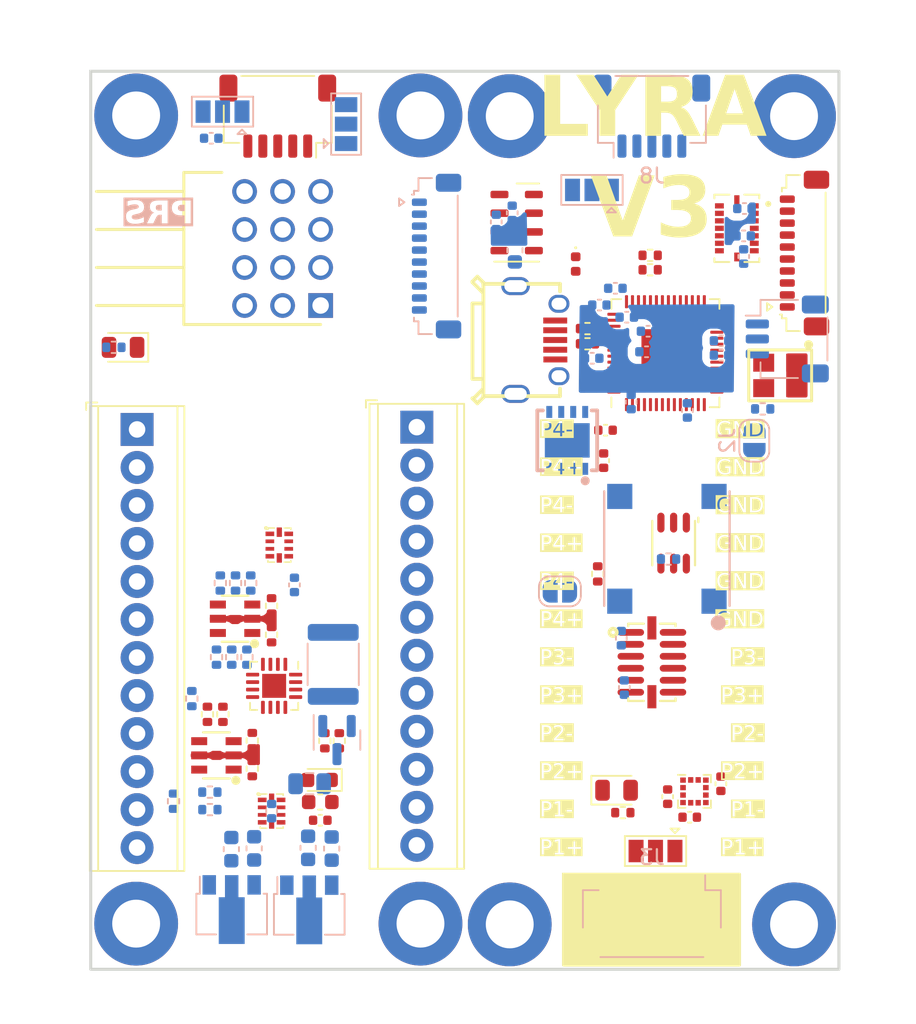
<source format=kicad_pcb>
(kicad_pcb (version 20221018) (generator pcbnew)
  (layers (0 "F.Cu" signal) (1 "In1.Cu" power) (2 "In2.Cu" power) (31 "B.Cu" signal) (34 "B.Paste" user) (35 "F.Paste" user) (36 "B.SilkS" user "B.Silkscreen") (37 "F.SilkS" user "F.Silkscreen") (38 "B.Mask" user) (39 "F.Mask" user) (44 "Edge.Cuts" user))
  (net 0 "")
  (net 1 "+12VA")
  (net 2 "GND")
  (net 3 "+3V3")
  (net 4 "+5V")
  (net 5 "/SERVO PWR")
  (net 6 "+1V1")
  (net 7 "Net-(D2-A)")
  (net 8 "/LEDRED")
  (net 9 "/LEDGREEN")
  (net 10 "/LEDBLUE")
  (net 11 "Net-(Q1-S)")
  (net 12 "+12P")
  (net 13 "Net-(F2-Pad2)")
  (net 14 "/USB_D-")
  (net 15 "/USB_D+")
  (net 16 "+12V")
  (net 17 "/SD CS")
  (net 18 "/SPI0 MOSI")
  (net 19 "/SPI0 MISO")
  (net 20 "/SPI PWR")
  (net 21 "/P2-")
  (net 22 "/P1-")
  (net 23 "/SWCLK")
  (net 24 "/RUN")
  (net 25 "/SWD")
  (net 26 "/I2C PWR")
  (net 27 "/I2C1 SCL")
  (net 28 "/I2C1 SDA")
  (net 29 "/UART PWR")
  (net 30 "/UART0 TX")
  (net 31 "/UART0 RX")
  (net 32 "/BOOTSEL")
  (net 33 "/BUZZER")
  (net 34 "Net-(Q2B-D)")
  (net 35 "Net-(Q2A-D)")
  (net 36 "/QSPI_SS")
  (net 37 "/RP USB_D+")
  (net 38 "/RP USB_D-")
  (net 39 "Net-(U5-CAP)")
  (net 40 "/QSPI_SD1")
  (net 41 "/QSPI_SD2")
  (net 42 "/QSPI_SDO")
  (net 43 "/QSPI_SCLK")
  (net 44 "/QSPI_SD3")
  (net 45 "/XIN")
  (net 46 "Net-(D3-A)")
  (net 48 "Net-(U7-C1)")
  (net 49 "/PYRO PWR")
  (net 50 "Net-(LED1-+-Pad4)")
  (net 51 "Net-(Q3B-D)")
  (net 52 "Net-(Q3A-D)")
  (net 63 "/P4 CONT BOT")
  (net 64 "+BATT")
  (net 65 "/P3 CONT BOT")
  (net 66 "/P4 EN BOT")
  (net 67 "/P2 CONT BOT")
  (net 68 "/P3 EN BOT")
  (net 69 "/P1 CONT BOT")
  (net 70 "/P2 EN BOT")
  (net 71 "/BATT SENSE BOT")
  (net 72 "/P1 EN BOT")
  (net 78 "Net-(D4-A)")
  (net 79 "/I2C GPIO")
  (net 80 "/UART GPIO")
  (net 84 "/ADC GPIO")
  (net 85 "/ADC2 GPIO")
  (net 86 "/GPIOUT1")
  (net 87 "+5VD")
  (net 90 "/GPIOUT2")
  (net 92 "/SPI0 GPIO")
  (net 93 "/P4-")
  (net 94 "/P3-")
  (net 97 "/SPI0 CSn")
  (net 98 "/SPI0 SCK")
  (net 99 "/I2C0 SCL")
  (net 100 "/I2C0 SDA")
  (net 104 "/SERVO1 BOT")
  (net 105 "/SERVO2 BOT")
  (net 106 "/SERVO4 BOT")
  (net 107 "/SERVO3 BOT")
  (net 108 "/SERVO1")
  (net 109 "/SERVO2")
  (net 110 "/SERVO3")
  (net 111 "/SERVO4")
  (net 112 "/I2C1 SDA BOT")
  (net 113 "/I2C1 SCL BOT")
  (footprint "SamacSys_Parts:HDRRA12W64P254_3X4_1016X254X810P" (layer "F.Cu") (at 173.9625 74.676 90)
    (fp_text reference "J10")
    (fp_text value "TSW-104-08-T-T-RA" hide)
    (pad "1" thru_hole rect (at 0 0 90) (size 1.65 1.65) (drill 1.1) (layers "*.Cu" "*.Mask") (net 104 "/SERVO1 BOT"))
    (pad "2" thru_hole circle (at 0 -2.54 90) (size 1.65 1.65) (drill 1.1) (layers "*.Cu" "*.Mask") (net 5 "/SERVO PWR"))
    (pad "3" thru_hole circle (at 0 -5.08 90) (size 1.65 1.65) (drill 1.1) (layers "*.Cu" "*.Mask") (net 2 "GND"))
    (pad "4" thru_hole circle (at 2.54 0 90) (size 1.65 1.65) (drill 1.1) (layers "*.Cu" "*.Mask") (net 105 "/SERVO2 BOT"))
    (pad "5" thru_hole circle (at 2.54 -2.54 90) (size 1.65 1.65) (drill 1.1) (layers "*.Cu" "*.Mask") (net 5 "/SERVO PWR"))
    (pad "6" thru_hole circle (at 2.54 -5.08 90) (size 1.65 1.65) (drill 1.1) (layers "*.Cu" "*.Mask") (net 2 "GND"))
    (pad "7" thru_hole circle (at 5.08 0 90) (size 1.65 1.65) (drill 1.1) (layers "*.Cu" "*.Mask") (net 107 "/SERVO3 BOT"))
    (pad "8" thru_hole circle (at 5.08 -2.54 90) (size 1.65 1.65) (drill 1.1) (layers "*.Cu" "*.Mask") (net 5 "/SERVO PWR"))
    (pad "9" thru_hole circle (at 5.08 -5.08 90) (size 1.65 1.65) (drill 1.1) (layers "*.Cu" "*.Mask") (net 2 "GND"))
    (pad "10" thru_hole circle (at 7.62 0 90) (size 1.65 1.65) (drill 1.1) (layers "*.Cu" "*.Mask") (net 106 "/SERVO4 BOT"))
    (pad "11" thru_hole circle (at 7.62 -2.54 90) (size 1.65 1.65) (drill 1.1) (layers "*.Cu" "*.Mask") (net 5 "/SERVO PWR"))
    (pad "12" thru_hole circle (at 7.62 -5.08 90) (size 1.65 1.65) (drill 1.1) (layers "*.Cu" "*.Mask") (net 2 "GND"))
  )
  (footprint "TerminalBlock_Phoenix:TerminalBlock_Phoenix_MPT-0,5-12-2.54_1x12_P2.54mm_Horizontal" (layer "F.Cu") (at 161.6964 82.9564 -90)
    (fp_text reference "J12")
    (fp_text value "Screw_Terminal_01x12")
    (pad "1" thru_hole rect (at 0 0 270) (size 2.2 2.2) (drill 1.1) (layers "*.Cu" "*.Mask") (net 1 "+12VA"))
    (pad "2" thru_hole circle (at 2.54 0 270) (size 2.2 2.2) (drill 1.1) (layers "*.Cu" "*.Mask") (net 2 "GND"))
    (pad "3" thru_hole circle (at 5.08 0 270) (size 2.2 2.2) (drill 1.1) (layers "*.Cu" "*.Mask") (net 3 "+3V3"))
    (pad "4" thru_hole circle (at 7.62 0 270) (size 2.2 2.2) (drill 1.1) (layers "*.Cu" "*.Mask") (net 2 "GND"))
    (pad "5" thru_hole circle (at 10.16 0 270) (size 2.2 2.2) (drill 1.1) (layers "*.Cu" "*.Mask") (net 93 "/P4-"))
    (pad "6" thru_hole circle (at 12.7 0 270) (size 2.2 2.2) (drill 1.1) (layers "*.Cu" "*.Mask") (net 49 "/PYRO PWR"))
    (pad "7" thru_hole circle (at 15.24 0 270) (size 2.2 2.2) (drill 1.1) (layers "*.Cu" "*.Mask") (net 94 "/P3-"))
    (pad "8" thru_hole circle (at 17.78 0 270) (size 2.2 2.2) (drill 1.1) (layers "*.Cu" "*.Mask") (net 49 "/PYRO PWR"))
    (pad "9" thru_hole circle (at 20.32 0 270) (size 2.2 2.2) (drill 1.1) (layers "*.Cu" "*.Mask") (net 21 "/P2-"))
    (pad "10" thru_hole circle (at 22.86 0 270) (size 2.2 2.2) (drill 1.1) (layers "*.Cu" "*.Mask") (net 49 "/PYRO PWR"))
    (pad "11" thru_hole circle (at 25.4 0 270) (size 2.2 2.2) (drill 1.1) (layers "*.Cu" "*.Mask") (net 22 "/P1-"))
    (pad "12" thru_hole circle (at 27.94 0 270) (size 2.2 2.2) (drill 1.1) (layers "*.Cu" "*.Mask") (net 49 "/PYRO PWR"))
  )
  (footprint "MountingHole:MountingHole_3.2mm_M3_DIN965_Pad" (layer "F.Cu") (at 161.635 61.976)
    (fp_text reference "H1")
    (fp_text value "MountingHole_Pad")
    (pad "1" thru_hole circle (at 0 0) (size 5.6 5.6) (drill 3.2) (layers "*.Cu" "*.Mask") (net 2 "GND"))
  )
  (footprint "Resistor_SMD:R_0402_1005Metric" (layer "F.Cu") (at 195.9844 72.2884)
    (fp_text reference "R14")
    (fp_text value "2k2")
    (pad "1" smd roundrect (at -0.51 0) (size 0.54 0.64) (layers "F.Cu" "F.Paste" "F.Mask") (net 3 "+3V3"))
    (pad "2" smd roundrect (at 0.51 0) (size 0.54 0.64) (layers "F.Cu" "F.Paste" "F.Mask") (net 28 "/I2C1 SDA"))
  )
  (footprint "Jumper:SolderJumper-3_P1.3mm_Open_Pad1.0x1.5mm" (layer "F.Cu") (at 196.342 111.125 180)
    (fp_text reference "JP2")
    (fp_text value "SolderJumper_3_Open")
    (pad "1" smd rect (at -1.3 0 180) (size 1 1.5) (layers "F.Cu" "F.Mask") (net 4 "+5V"))
    (pad "2" smd rect (at 0 0 180) (size 1 1.5) (layers "F.Cu" "F.Mask") (net 20 "/SPI PWR"))
    (pad "3" smd rect (at 1.3 0 180) (size 1 1.5) (layers "F.Cu" "F.Mask") (net 3 "+3V3"))
  )
  (footprint "Diode_SMD:D_0603_1608Metric" (layer "F.Cu") (at 173.8884 106.3752 180)
    (fp_text reference "FB1")
    (fp_text value "FerriteBead_Small")
    (pad "1" smd roundrect (at -0.7875 0 180) (size 0.875 0.95) (layers "F.Cu" "F.Paste" "F.Mask") (net 13 "Net-(F2-Pad2)"))
    (pad "2" smd roundrect (at 0.7875 0 180) (size 0.875 0.95) (layers "F.Cu" "F.Paste" "F.Mask") (net 1 "+12VA"))
  )
  (footprint "Resistor_SMD:R_0402_1005Metric" (layer "F.Cu") (at 170.6846 96.6744 -90)
    (fp_text reference "R12")
    (fp_text value "470R")
    (pad "1" smd roundrect (at -0.51 0 270) (size 0.54 0.64) (layers "F.Cu" "F.Paste" "F.Mask") (net 2 "GND"))
    (pad "2" smd roundrect (at 0.51 0 270) (size 0.54 0.64) (layers "F.Cu" "F.Paste" "F.Mask") (net 68 "/P3 EN BOT"))
  )
  (footprint "Package_LGA:NXP_LGA-8_3x5mm_P1.25mm_H1.1mm" (layer "F.Cu") (at 187.064 69.1342)
    (fp_text reference "U5")
    (fp_text value "MPL3115A2")
    (pad "1" smd roundrect (at -1.15 -1.875) (size 1.2 0.5) (layers "F.Cu" "F.Paste" "F.Mask") (net 3 "+3V3"))
    (pad "2" smd roundrect (at -1.15 -0.625) (size 1.2 0.5) (layers "F.Cu" "F.Paste" "F.Mask") (net 39 "Net-(U5-CAP)"))
    (pad "3" smd roundrect (at -1.15 0.625) (size 1.2 0.5) (layers "F.Cu" "F.Paste" "F.Mask") (net 2 "GND"))
    (pad "4" smd roundrect (at -1.15 1.875) (size 1.2 0.5) (layers "F.Cu" "F.Paste" "F.Mask") (net 3 "+3V3"))
    (pad "5" smd roundrect (at 1.15 1.875) (size 1.2 0.5) (layers "F.Cu" "F.Paste" "F.Mask"))
    (pad "6" smd roundrect (at 1.15 0.625) (size 1.2 0.5) (layers "F.Cu" "F.Paste" "F.Mask"))
    (pad "7" smd roundrect (at 1.15 -0.625) (size 1.2 0.5) (layers "F.Cu" "F.Paste" "F.Mask") (net 100 "/I2C0 SDA"))
    (pad "8" smd roundrect (at 1.15 -1.875) (size 1.2 0.5) (layers "F.Cu" "F.Paste" "F.Mask") (net 99 "/I2C0 SCL"))
  )
  (footprint "Capacitor_SMD:C_0603_1608Metric" (layer "F.Cu") (at 173.9392 107.8484)
    (fp_text reference "C11")
    (fp_text value "10u")
    (pad "1" smd roundrect (at -0.775 0) (size 0.9 0.95) (layers "F.Cu" "F.Paste" "F.Mask") (net 1 "+12VA"))
    (pad "2" smd roundrect (at 0.775 0) (size 0.9 0.95) (layers "F.Cu" "F.Paste" "F.Mask") (net 2 "GND"))
  )
  (footprint "Resistor_SMD:R_0402_1005Metric" (layer "F.Cu") (at 169.3962 105.6224 -90)
    (fp_text reference "R11")
    (fp_text value "470R")
    (pad "1" smd roundrect (at -0.51 0 270) (size 0.54 0.64) (layers "F.Cu" "F.Paste" "F.Mask") (net 2 "GND"))
    (pad "2" smd roundrect (at 0.51 0 270) (size 0.54 0.64) (layers "F.Cu" "F.Paste" "F.Mask") (net 72 "/P1 EN BOT"))
  )
  (footprint "Resistor_SMD:R_0402_1005Metric" (layer "F.Cu") (at 191.7954 76.2184 180)
    (fp_text reference "R22")
    (fp_text value "27R")
    (pad "1" smd roundrect (at -0.51 0 180) (size 0.54 0.64) (layers "F.Cu" "F.Paste" "F.Mask") (net 38 "/RP USB_D-"))
    (pad "2" smd roundrect (at 0.51 0 180) (size 0.54 0.64) (layers "F.Cu" "F.Paste" "F.Mask") (net 14 "/USB_D-"))
  )
  (footprint "Package_DFN_QFN:QFN-56-1EP_7x7mm_P0.4mm_EP3.2x3.2mm" (layer "F.Cu") (at 197.0038 77.8609 90)
    (fp_text reference "U8")
    (fp_text value "RP2040")
    (pad "1" smd roundrect (at -3.4375 -2.6 90) (size 0.875 0.2) (layers "F.Cu" "F.Paste" "F.Mask") (net 3 "+3V3"))
    (pad "2" smd roundrect (at -3.4375 -2.2 90) (size 0.875 0.2) (layers "F.Cu" "F.Paste" "F.Mask") (net 92 "/SPI0 GPIO"))
    (pad "3" smd roundrect (at -3.4375 -1.8 90) (size 0.875 0.2) (layers "F.Cu" "F.Paste" "F.Mask"))
    (pad "4" smd roundrect (at -3.4375 -1.4 90) (size 0.875 0.2) (layers "F.Cu" "F.Paste" "F.Mask") (net 17 "/SD CS"))
    (pad "5" smd roundrect (at -3.4375 -1 90) (size 0.875 0.2) (layers "F.Cu" "F.Paste" "F.Mask"))
    (pad "6" smd roundrect (at -3.4375 -0.6 90) (size 0.875 0.2) (layers "F.Cu" "F.Paste" "F.Mask") (net 100 "/I2C0 SDA"))
    (pad "7" smd roundrect (at -3.4375 -0.2 90) (size 0.875 0.2) (layers "F.Cu" "F.Paste" "F.Mask") (net 99 "/I2C0 SCL"))
    (pad "8" smd roundrect (at -3.4375 0.2 90) (size 0.875 0.2) (layers "F.Cu" "F.Paste" "F.Mask") (net 33 "/BUZZER"))
    (pad "9" smd roundrect (at -3.4375 0.6 90) (size 0.875 0.2) (layers "F.Cu" "F.Paste" "F.Mask"))
    (pad "10" smd roundrect (at -3.4375 1 90) (size 0.875 0.2) (layers "F.Cu" "F.Paste" "F.Mask") (net 3 "+3V3"))
    (pad "11" smd roundrect (at -3.4375 1.4 90) (size 0.875 0.2) (layers "F.Cu" "F.Paste" "F.Mask"))
    (pad "12" smd roundrect (at -3.4375 1.8 90) (size 0.875 0.2) (layers "F.Cu" "F.Paste" "F.Mask") (net 8 "/LEDRED"))
    (pad "13" smd roundrect (at -3.4375 2.2 90) (size 0.875 0.2) (layers "F.Cu" "F.Paste" "F.Mask") (net 9 "/LEDGREEN"))
    (pad "14" smd roundrect (at -3.4375 2.6 90) (size 0.875 0.2) (layers "F.Cu" "F.Paste" "F.Mask") (net 10 "/LEDBLUE"))
    (pad "15" smd roundrect (at -2.6 3.4375 90) (size 0.2 0.875) (layers "F.Cu" "F.Paste" "F.Mask") (net 108 "/SERVO1"))
    (pad "16" smd roundrect (at -2.2 3.4375 90) (size 0.2 0.875) (layers "F.Cu" "F.Paste" "F.Mask") (net 109 "/SERVO2"))
    (pad "17" smd roundrect (at -1.8 3.4375 90) (size 0.2 0.875) (layers "F.Cu" "F.Paste" "F.Mask") (net 110 "/SERVO3"))
    (pad "18" smd roundrect (at -1.4 3.4375 90) (size 0.2 0.875) (layers "F.Cu" "F.Paste" "F.Mask") (net 111 "/SERVO4"))
    (pad "19" smd roundrect (at -1 3.4375 90) (size 0.2 0.875) (layers "F.Cu" "F.Paste" "F.Mask") (net 2 "GND"))
    (pad "20" smd roundrect (at -0.6 3.4375 90) (size 0.2 0.875) (layers "F.Cu" "F.Paste" "F.Mask") (net 45 "/XIN"))
    (pad "21" smd roundrect (at -0.2 3.4375 90) (size 0.2 0.875) (layers "F.Cu" "F.Paste" "F.Mask"))
    (pad "22" smd roundrect (at 0.2 3.4375 90) (size 0.2 0.875) (layers "F.Cu" "F.Paste" "F.Mask") (net 3 "+3V3"))
    (pad "23" smd roundrect (at 0.6 3.4375 90) (size 0.2 0.875) (layers "F.Cu" "F.Paste" "F.Mask") (net 6 "+1V1"))
    (pad "24" smd roundrect (at 1 3.4375 90) (size 0.2 0.875) (layers "F.Cu" "F.Paste" "F.Mask") (net 23 "/SWCLK"))
    (pad "25" smd roundrect (at 1.4 3.4375 90) (size 0.2 0.875) (layers "F.Cu" "F.Paste" "F.Mask") (net 25 "/SWD"))
    (pad "26" smd roundrect (at 1.8 3.4375 90) (size 0.2 0.875) (layers "F.Cu" "F.Paste" "F.Mask") (net 24 "/RUN"))
    (pad "27" smd roundrect (at 2.2 3.4375 90) (size 0.2 0.875) (layers "F.Cu" "F.Paste" "F.Mask") (net 30 "/UART0 TX"))
    (pad "28" smd roundrect (at 2.6 3.4375 90) (size 0.2 0.875) (layers "F.Cu" "F.Paste" "F.Mask") (net 31 "/UART0 RX"))
    (pad "29" smd roundrect (at 3.4375 2.6 90) (size 0.875 0.2) (layers "F.Cu" "F.Paste" "F.Mask") (net 98 "/SPI0 SCK"))
    (pad "30" smd roundrect (at 3.4375 2.2 90) (size 0.875 0.2) (layers "F.Cu" "F.Paste" "F.Mask") (net 19 "/SPI0 MISO"))
    (pad "31" smd roundrect (at 3.4375 1.8 90) (size 0.875 0.2) (layers "F.Cu" "F.Paste" "F.Mask") (net 18 "/SPI0 MOSI"))
    (pad "32" smd roundrect (at 3.4375 1.4 90) (size 0.875 0.2) (layers "F.Cu" "F.Paste" "F.Mask") (net 97 "/SPI0 CSn"))
    (pad "33" smd roundrect (at 3.4375 1 90) (size 0.875 0.2) (layers "F.Cu" "F.Paste" "F.Mask") (net 3 "+3V3"))
    (pad "34" smd roundrect (at 3.4375 0.6 90) (size 0.875 0.2) (layers "F.Cu" "F.Paste" "F.Mask") (net 28 "/I2C1 SDA"))
    (pad "35" smd roundrect (at 3.4375 0.2 90) (size 0.875 0.2) (layers "F.Cu" "F.Paste" "F.Mask") (net 27 "/I2C1 SCL"))
    (pad "36" smd roundrect (at 3.4375 -0.2 90) (size 0.875 0.2) (layers "F.Cu" "F.Paste" "F.Mask") (net 80 "/UART GPIO"))
    (pad "37" smd roundrect (at 3.4375 -0.6 90) (size 0.875 0.2) (layers "F.Cu" "F.Paste" "F.Mask"))
    (pad "38" smd roundrect (at 3.4375 -1 90) (size 0.875 0.2) (layers "F.Cu" "F.Paste" "F.Mask"))
    (pad "39" smd roundrect (at 3.4375 -1.4 90) (size 0.875 0.2) (layers "F.Cu" "F.Paste" "F.Mask"))
    (pad "40" smd roundrect (at 3.4375 -1.8 90) (size 0.875 0.2) (layers "F.Cu" "F.Paste" "F.Mask"))
    (pad "41" smd roundrect (at 3.4375 -2.2 90) (size 0.875 0.2) (layers "F.Cu" "F.Paste" "F.Mask"))
    (pad "42" smd roundrect (at 3.4375 -2.6 90) (size 0.875 0.2) (layers "F.Cu" "F.Paste" "F.Mask") (net 3 "+3V3"))
    (pad "43" smd roundrect (at 2.6 -3.4375 90) (size 0.2 0.875) (layers "F.Cu" "F.Paste" "F.Mask") (net 3 "+3V3"))
    (pad "44" smd roundrect (at 2.2 -3.4375 90) (size 0.2 0.875) (layers "F.Cu" "F.Paste" "F.Mask") (net 3 "+3V3"))
    (pad "45" smd roundrect (at 1.8 -3.4375 90) (size 0.2 0.875) (layers "F.Cu" "F.Paste" "F.Mask") (net 6 "+1V1"))
    (pad "46" smd roundrect (at 1.4 -3.4375 90) (size 0.2 0.875) (layers "F.Cu" "F.Paste" "F.Mask") (net 38 "/RP USB_D-"))
    (pad "47" smd roundrect (at 1 -3.4375 90) (size 0.2 0.875) (layers "F.Cu" "F.Paste" "F.Mask") (net 37 "/RP USB_D+"))
    (pad "48" smd roundrect (at 0.6 -3.4375 90) (size 0.2 0.875) (layers "F.Cu" "F.Paste" "F.Mask") (net 3 "+3V3"))
    (pad "49" smd roundrect (at 0.2 -3.4375 90) (size 0.2 0.875) (layers "F.Cu" "F.Paste" "F.Mask") (net 3 "+3V3"))
    (pad "50" smd roundrect (at -0.2 -3.4375 90) (size 0.2 0.875) (layers "F.Cu" "F.Paste" "F.Mask") (net 6 "+1V1"))
    (pad "51" smd roundrect (at -0.6 -3.4375 90) (size 0.2 0.875) (layers "F.Cu" "F.Paste" "F.Mask") (net 44 "/QSPI_SD3"))
    (pad "52" smd roundrect (at -1 -3.4375 90) (size 0.2 0.875) (layers "F.Cu" "F.Paste" "F.Mask") (net 43 "/QSPI_SCLK"))
    (pad "53" smd roundrect (at -1.4 -3.4375 90) (size 0.2 0.875) (layers "F.Cu" "F.Paste" "F.Mask") (net 42 "/QSPI_SDO"))
    (pad "54" smd roundrect (at -1.8 -3.4375 90) (size 0.2 0.875) (layers "F.Cu" "F.Paste" "F.Mask") (net 41 "/QSPI_SD2"))
    (pad "55" smd roundrect (at -2.2 -3.4375 90) (size 0.2 0.875) (layers "F.Cu" "F.Paste" "F.Mask") (net 40 "/QSPI_SD1"))
    (pad "56" smd roundrect (at -2.6 -3.4375 90) (size 0.2 0.875) (layers "F.Cu" "F.Paste" "F.Mask") (net 36 "/QSPI_SS"))
    (pad "57" smd rect (at 0 0 90) (size 3.2 3.2) (layers "F.Cu" "F.Mask") (net 2 "GND"))
  )
  (footprint "LED_SMD:LED_0805_2012Metric" (layer "F.Cu") (at 160.7589 77.472 180)
    (fp_text reference "D2")
    (fp_text value "LED")
    (pad "1" smd roundrect (at -0.9375 0 180) (size 0.975 1.4) (layers "F.Cu" "F.Paste" "F.Mask") (net 2 "GND"))
    (pad "2" smd roundrect (at 0.9375 0 180) (size 0.975 1.4) (layers "F.Cu" "F.Paste" "F.Mask") (net 7 "Net-(D2-A)"))
  )
  (footprint "MountingHole:MountingHole_3.2mm_M3_DIN965_Pad" (layer "F.Cu") (at 186.6 116.025)
    (fp_text reference "H7")
    (fp_text value "MountingHole_Pad")
    (pad "1" thru_hole circle (at 0 0) (size 5.6 5.6) (drill 3.2) (layers "*.Cu" "*.Mask") (net 2 "GND"))
  )
  (footprint "Resistor_SMD:R_0402_1005Metric" (layer "F.Cu") (at 192.4812 92.6084 -90)
    (fp_text reference "R26")
    (fp_text value "1k")
    (pad "1" smd roundrect (at -0.51 0 270) (size 0.54 0.64) (layers "F.Cu" "F.Paste" "F.Mask") (net 36 "/QSPI_SS"))
    (pad "2" smd roundrect (at 0.51 0 270) (size 0.54 0.64) (layers "F.Cu" "F.Paste" "F.Mask") (net 32 "/BOOTSEL"))
  )
  (footprint "Capacitor_SMD:C_0402_1005Metric" (layer "F.Cu") (at 192.8778 85.0392 -90)
    (fp_text reference "C31")
    (fp_text value "2u2")
    (pad "1" smd roundrect (at -0.48 0 270) (size 0.56 0.62) (layers "F.Cu" "F.Paste" "F.Mask") (net 3 "+3V3"))
    (pad "2" smd roundrect (at 0.48 0 270) (size 0.56 0.62) (layers "F.Cu" "F.Paste" "F.Mask") (net 2 "GND"))
  )
  (footprint "easyeda2kicad:LED-SMD_6P-L2.7-W2.8-TL" (layer "F.Cu") (at 197.5528 90.551 -90)
    (fp_text reference "LED1")
    (fp_text value "FM-Z2727RGBA-SH")
    (pad "1" smd oval (at -1.37 -0.85 180) (size 0.48 1.33) (layers "F.Cu" "F.Paste" "F.Mask") (net 10 "/LEDBLUE"))
    (pad "2" smd oval (at -1.37 0 180) (size 0.48 1.33) (layers "F.Cu" "F.Paste" "F.Mask") (net 9 "/LEDGREEN"))
    (pad "3" smd oval (at -1.37 0.85 180) (size 0.48 1.33) (layers "F.Cu" "F.Paste" "F.Mask") (net 8 "/LEDRED"))
    (pad "4" smd oval (at 1.37 0.85 180) (size 0.48 1.33) (layers "F.Cu" "F.Paste" "F.Mask") (net 50 "Net-(LED1-+-Pad4)"))
    (pad "5" smd oval (at 1.37 0 180) (size 0.48 1.33) (layers "F.Cu" "F.Paste" "F.Mask") (net 50 "Net-(LED1-+-Pad4)"))
    (pad "6" smd oval (at 1.37 -0.85 180) (size 0.48 1.33) (layers "F.Cu" "F.Paste" "F.Mask") (net 50 "Net-(LED1-+-Pad4)"))
  )
  (footprint "Package_DFN_QFN:WQFN-16-1EP_3x3mm_P0.5mm_EP1.6x1.6mm" (layer "F.Cu") (at 170.8555 100.088 -90)
    (fp_text reference "U11")
    (fp_text value "PCF8574")
    (pad "1" smd roundrect (at -1.4375 -0.75 270) (size 0.875 0.25) (layers "F.Cu" "F.Paste" "F.Mask") (net 2 "GND"))
    (pad "2" smd roundrect (at -1.4375 -0.25 270) (size 0.875 0.25) (layers "F.Cu" "F.Paste" "F.Mask") (net 2 "GND"))
    (pad "3" smd roundrect (at -1.4375 0.25 270) (size 0.875 0.25) (layers "F.Cu" "F.Paste" "F.Mask") (net 2 "GND"))
    (pad "4" smd roundrect (at -1.4375 0.75 270) (size 0.875 0.25) (layers "F.Cu" "F.Paste" "F.Mask") (net 72 "/P1 EN BOT"))
    (pad "5" smd roundrect (at -0.75 1.4375 270) (size 0.25 0.875) (layers "F.Cu" "F.Paste" "F.Mask") (net 70 "/P2 EN BOT"))
    (pad "6" smd roundrect (at -0.25 1.4375 270) (size 0.25 0.875) (layers "F.Cu" "F.Paste" "F.Mask") (net 68 "/P3 EN BOT"))
    (pad "7" smd roundrect (at 0.25 1.4375 270) (size 0.25 0.875) (layers "F.Cu" "F.Paste" "F.Mask") (net 66 "/P4 EN BOT"))
    (pad "8" smd roundrect (at 0.75 1.4375 270) (size 0.25 0.875) (layers "F.Cu" "F.Paste" "F.Mask") (net 2 "GND"))
    (pad "9" smd roundrect (at 1.4375 0.75 270) (size 0.875 0.25) (layers "F.Cu" "F.Paste" "F.Mask") (net 79 "/I2C GPIO"))
    (pad "10" smd roundrect (at 1.4375 0.25 270) (size 0.875 0.25) (layers "F.Cu" "F.Paste" "F.Mask"))
    (pad "11" smd roundrect (at 1.4375 -0.25 270) (size 0.875 0.25) (layers "F.Cu" "F.Paste" "F.Mask") (net 86 "/GPIOUT1"))
    (pad "12" smd roundrect (at 1.4375 -0.75 270) (size 0.875 0.25) (layers "F.Cu" "F.Paste" "F.Mask") (net 90 "/GPIOUT2"))
    (pad "13" smd roundrect (at 0.75 -1.4375 270) (size 0.25 0.875) (layers "F.Cu" "F.Paste" "F.Mask"))
    (pad "14" smd roundrect (at 0.25 -1.4375 270) (size 0.25 0.875) (layers "F.Cu" "F.Paste" "F.Mask") (net 113 "/I2C1 SCL BOT"))
    (pad "15" smd roundrect (at -0.25 -1.4375 270) (size 0.25 0.875) (layers "F.Cu" "F.Paste" "F.Mask") (net 112 "/I2C1 SDA BOT"))
    (pad "16" smd roundrect (at -0.75 -1.4375 270) (size 0.25 0.875) (layers "F.Cu" "F.Paste" "F.Mask") (net 3 "+3V3"))
    (pad "17" smd rect (at 0 0 270) (size 1.6 1.6) (layers "F.Cu" "F.Mask"))
  )
  (footprint "Resistor_SMD:R_0402_1005Metric" (layer "F.Cu") (at 194.1576 108.5596 180)
    (fp_text reference "R27")
    (fp_text value "1k")
    (pad "1" smd roundrect (at -0.51 0 180) (size 0.54 0.64) (layers "F.Cu" "F.Paste" "F.Mask") (net 46 "Net-(D3-A)"))
    (pad "2" smd roundrect (at 0.51 0 180) (size 0.54 0.64) (layers "F.Cu" "F.Paste" "F.Mask") (net 3 "+3V3"))
  )
  (footprint "easyeda2kicad:X2QFN-10_L2.0-W1.5-P0.50-BL" (layer "F.Cu") (at 171.201 90.682 -90)
    (fp_text reference "U9")
    (fp_text value "ADS1015IDGS")
    (pad "1" smd rect (at -0.75 0.63 270) (size 0.3 0.58) (layers "F.Cu" "F.Paste" "F.Mask") (net 3 "+3V3"))
    (pad "2" smd rect (at -0.25 0.63 270) (size 0.25 0.58) (layers "F.Cu" "F.Paste" "F.Mask"))
    (pad "3" smd rect (at 0.25 0.63 270) (size 0.25 0.58) (layers "F.Cu" "F.Paste" "F.Mask") (net 2 "GND"))
    (pad "4" smd rect (at 0.75 0.63 270) (size 0.3 0.58) (layers "F.Cu" "F.Paste" "F.Mask") (net 65 "/P3 CONT BOT"))
    (pad "5" smd rect (at 0.86 0) (size 0.35 0.63) (layers "F.Cu" "F.Paste" "F.Mask") (net 63 "/P4 CONT BOT"))
    (pad "6" smd rect (at 0.75 -0.63 270) (size 0.3 0.58) (layers "F.Cu" "F.Paste" "F.Mask") (net 84 "/ADC GPIO"))
    (pad "7" smd rect (at 0.25 -0.63 270) (size 0.25 0.58) (layers "F.Cu" "F.Paste" "F.Mask") (net 85 "/ADC2 GPIO"))
    (pad "8" smd rect (at -0.25 -0.63 270) (size 0.25 0.58) (layers "F.Cu" "F.Paste" "F.Mask") (net 3 "+3V3"))
    (pad "9" smd rect (at -0.75 -0.63 270) (size 0.3 0.58) (layers "F.Cu" "F.Paste" "F.Mask") (net 112 "/I2C1 SDA BOT"))
    (pad "10" smd rect (at -0.86 0) (size 0.35 0.63) (layers "F.Cu" "F.Paste" "F.Mask") (net 113 "/I2C1 SCL BOT"))
  )
  (footprint "easyeda2kicad:X2QFN-10_L2.0-W1.5-P0.50-BL" (layer "F.Cu") (at 170.688 108.458 -90)
    (fp_text reference "U10")
    (fp_text value "ADS1015IDGS")
    (pad "1" smd rect (at -0.75 0.63 270) (size 0.3 0.58) (layers "F.Cu" "F.Paste" "F.Mask") (net 2 "GND"))
    (pad "2" smd rect (at -0.25 0.63 270) (size 0.25 0.58) (layers "F.Cu" "F.Paste" "F.Mask"))
    (pad "3" smd rect (at 0.25 0.63 270) (size 0.25 0.58) (layers "F.Cu" "F.Paste" "F.Mask") (net 2 "GND"))
    (pad "4" smd rect (at 0.75 0.63 270) (size 0.3 0.58) (layers "F.Cu" "F.Paste" "F.Mask") (net 69 "/P1 CONT BOT"))
    (pad "5" smd rect (at 0.86 0) (size 0.35 0.63) (layers "F.Cu" "F.Paste" "F.Mask") (net 67 "/P2 CONT BOT"))
    (pad "6" smd rect (at 0.75 -0.63 270) (size 0.3 0.58) (layers "F.Cu" "F.Paste" "F.Mask") (net 71 "/BATT SENSE BOT"))
    (pad "7" smd rect (at 0.25 -0.63 270) (size 0.25 0.58) (layers "F.Cu" "F.Paste" "F.Mask"))
    (pad "8" smd rect (at -0.25 -0.63 270) (size 0.25 0.58) (layers "F.Cu" "F.Paste" "F.Mask") (net 3 "+3V3"))
    (pad "9" smd rect (at -0.75 -0.63 270) (size 0.3 0.58) (layers "F.Cu" "F.Paste" "F.Mask") (net 112 "/I2C1 SDA BOT"))
    (pad "10" smd rect (at -0.86 0) (size 0.35 0.63) (layers "F.Cu" "F.Paste" "F.Mask") (net 113 "/I2C1 SCL BOT"))
  )
  (footprint "Resistor_SMD:R_0402_1005Metric" (layer "F.Cu") (at 175.209199 103.759 90)
    (fp_text reference "R3")
    (fp_text value "6k")
    (pad "1" smd roundrect (at -0.51 0 90) (size 0.54 0.64) (layers "F.Cu" "F.Paste" "F.Mask") (net 71 "/BATT SENSE BOT"))
    (pad "2" smd roundrect (at 0.51 0 90) (size 0.54 0.64) (layers "F.Cu" "F.Paste" "F.Mask") (net 2 "GND"))
  )
  (footprint "Capacitor_SMD:C_0402_1005Metric" (layer "F.Cu") (at 197.1548 107.4928 90)
    (fp_text reference "C19")
    (fp_text value "100n")
    (pad "1" smd roundrect (at -0.48 0 90) (size 0.56 0.62) (layers "F.Cu" "F.Paste" "F.Mask") (net 48 "Net-(U7-C1)"))
    (pad "2" smd roundrect (at 0.48 0 90) (size 0.56 0.62) (layers "F.Cu" "F.Paste" "F.Mask") (net 2 "GND"))
  )
  (footprint "easyeda2kicad:OSC-SMD_4P-L3.2-W2.5-BL_SIT8008BI" (layer "F.Cu") (at 204.6732 79.346399 180)
    (fp_text reference "X1")
    (fp_text value "S3D12.288000B20F30T")
    (pad "1" smd rect (at -1.1 0.85 180) (size 1.4 1.2) (layers "F.Cu" "F.Paste" "F.Mask") (net 3 "+3V3"))
    (pad "2" smd rect (at 1.1 0.85 180) (size 1.4 1.2) (layers "F.Cu" "F.Paste" "F.Mask") (net 2 "GND"))
    (pad "3" smd rect (at 1.1 -0.85 180) (size 1.4 1.2) (layers "F.Cu" "F.Paste" "F.Mask") (net 45 "/XIN"))
    (pad "4" smd rect (at -1.1 -0.85 180) (size 1.4 1.2) (layers "F.Cu" "F.Paste" "F.Mask") (net 3 "+3V3"))
  )
  (footprint "Capacitor_SMD:C_0402_1005Metric" (layer "F.Cu") (at 198.628 108.8644 180)
    (fp_text reference "C16")
    (fp_text value "1u")
    (pad "1" smd roundrect (at -0.48 0 180) (size 0.56 0.62) (layers "F.Cu" "F.Paste" "F.Mask") (net 3 "+3V3"))
    (pad "2" smd roundrect (at 0.48 0 180) (size 0.56 0.62) (layers "F.Cu" "F.Paste" "F.Mask") (net 2 "GND"))
  )
  (footprint "Resistor_SMD:R_0402_1005Metric" (layer "F.Cu") (at 170.6846 94.742 90)
    (fp_text reference "R24")
    (fp_text value "470R")
    (pad "1" smd roundrect (at -0.51 0 90) (size 0.54 0.64) (layers "F.Cu" "F.Paste" "F.Mask") (net 2 "GND"))
    (pad "2" smd roundrect (at 0.51 0 90) (size 0.54 0.64) (layers "F.Cu" "F.Paste" "F.Mask") (net 66 "/P4 EN BOT"))
  )
  (footprint "easyeda2kicad:MICRO-USB-SMD_U254-051T-4BHJ25-F2S" (layer "F.Cu") (at 188.4404 76.9804 -90)
    (fp_text reference "J6")
    (fp_text value "USB_B_Micro")
    (pad "1" smd rect (at -1.3 -1.2 270) (size 0.4 1.6) (layers "F.Cu" "F.Paste" "F.Mask") (net 78 "Net-(D4-A)"))
    (pad "2" smd rect (at -0.65 -1.2 270) (size 0.4 1.6) (layers "F.Cu" "F.Paste" "F.Mask") (net 14 "/USB_D-"))
    (pad "3" smd rect (at 0 -1.2 270) (size 0.4 1.6) (layers "F.Cu" "F.Paste" "F.Mask") (net 15 "/USB_D+"))
    (pad "4" smd rect (at 0.65 -1.2 270) (size 0.4 1.6) (layers "F.Cu" "F.Paste" "F.Mask"))
    (pad "5" smd rect (at 1.3 -1.21 270) (size 0.4 1.6) (layers "F.Cu" "F.Paste" "F.Mask") (net 2 "GND"))
    (pad "6" thru_hole oval (at 2.42 -1.45 270) (size 1.2 1.4) (drill oval 0.799998 0.999998) (layers "*.Cu" "*.Mask"))
    (pad "7" thru_hole oval (at -2.42 -1.45 270) (size 1.2 1.4) (drill oval 0.799998 0.999998) (layers "*.Cu" "*.Mask"))
    (pad "8" thru_hole oval (at -3.6 1.45 270) (size 1.2 1.9) (drill oval 0.799998 1.499997) (layers "*.Cu" "*.Mask"))
    (pad "9" thru_hole oval (at 3.6 1.45 270) (size 1.2 1.9) (drill oval 0.799998 1.499997) (layers "*.Cu" "*.Mask"))
  )
  (footprint "Resistor_SMD:R_0402_1005Metric" (layer "F.Cu") (at 174.244 103.759 -90)
    (fp_text reference "R2")
    (fp_text value "20k")
    (pad "1" smd roundrect (at -0.51 0 270) (size 0.54 0.64) (layers "F.Cu" "F.Paste" "F.Mask") (net 16 "+12V"))
    (pad "2" smd roundrect (at 0.51 0 270) (size 0.54 0.64) (layers "F.Cu" "F.Paste" "F.Mask") (net 71 "/BATT SENSE BOT"))
  )
  (footprint "Capacitor_SMD:C_0402_1005Metric" (layer "F.Cu") (at 193.0022 83.0072)
    (fp_text reference "C32")
    (fp_text value "100n")
    (pad "1" smd roundrect (at -0.48 0) (size 0.56 0.62) (layers "F.Cu" "F.Paste" "F.Mask") (net 3 "+3V3"))
    (pad "2" smd roundrect (at 0.48 0) (size 0.56 0.62) (layers "F.Cu" "F.Paste" "F.Mask") (net 2 "GND"))
  )
  (footprint "SnapEDA Library:PQFN50P450X300X100-16N" (layer "F.Cu") (at 201.7776 69.5187 -90)
    (fp_text reference "U4")
    (fp_text value "BMI088")
    (pad "1" smd rect (at -1.5 -1.165 180) (size 0.59 0.35) (layers "F.Cu" "F.Paste" "F.Mask"))
    (pad "2" smd rect (at -1 -1.165 180) (size 0.59 0.35) (layers "F.Cu" "F.Paste" "F.Mask"))
    (pad "3" smd rect (at -0.5 -1.165 180) (size 0.59 0.35) (layers "F.Cu" "F.Paste" "F.Mask") (net 3 "+3V3"))
    (pad "4" smd rect (at 0 -1.165 180) (size 0.59 0.35) (layers "F.Cu" "F.Paste" "F.Mask") (net 2 "GND"))
    (pad "5" smd rect (at 0.5 -1.165 180) (size 0.59 0.35) (layers "F.Cu" "F.Paste" "F.Mask"))
    (pad "6" smd rect (at 1 -1.165 180) (size 0.59 0.35) (layers "F.Cu" "F.Paste" "F.Mask") (net 2 "GND"))
    (pad "7" smd rect (at 1.5 -1.165 180) (size 0.59 0.35) (layers "F.Cu" "F.Paste" "F.Mask") (net 3 "+3V3"))
    (pad "8" smd rect (at 1.915 0 90) (size 0.59 0.35) (layers "F.Cu" "F.Paste" "F.Mask") (net 99 "/I2C0 SCL"))
    (pad "9" smd rect (at 1.5 1.165) (size 0.59 0.35) (layers "F.Cu" "F.Paste" "F.Mask") (net 100 "/I2C0 SDA"))
    (pad "10" smd rect (at 1 1.165) (size 0.59 0.35) (layers "F.Cu" "F.Paste" "F.Mask") (net 2 "GND"))
    (pad "11" smd rect (at 0.5 1.165) (size 0.59 0.35) (layers "F.Cu" "F.Paste" "F.Mask") (net 3 "+3V3"))
    (pad "12" smd rect (at 0 1.165) (size 0.59 0.35) (layers "F.Cu" "F.Paste" "F.Mask"))
    (pad "13" smd rect (at -0.5 1.165) (size 0.59 0.35) (layers "F.Cu" "F.Paste" "F.Mask"))
    (pad "14" smd rect (at -1 1.165) (size 0.59 0.35) (layers "F.Cu" "F.Paste" "F.Mask") (net 3 "+3V3"))
    (pad "15" smd rect (at -1.5 1.165) (size 0.59 0.35) (layers "F.Cu" "F.Paste" "F.Mask") (net 2 "GND"))
    (pad "16" smd rect (at -1.915 0 270) (size 0.59 0.35) (layers "F.Cu" "F.Paste" "F.Mask"))
  )
  (footprint "MountingHole:MountingHole_3.2mm_M3_DIN965_Pad" (layer "F.Cu") (at 186.6 62.025)
    (fp_text reference "H5")
    (fp_text value "MountingHole_Pad")
    (pad "1" thru_hole circle (at 0 0) (size 5.6 5.6) (drill 3.2) (layers "*.Cu" "*.Mask") (net 2 "GND"))
  )
  (footprint "customfootprints:1x10 2.54mm pitch acess hole" (layer "F.Cu") (at 208.788 100.711 90)
    (fp_text reference "H10")
    (fp_text value "Access Hole")
    (pad "" np_thru_hole circle (at -10.16 -2.54 90) (size 2.2 2.2) (drill 2.2) (layers "F&B.Cu" "*.Mask"))
    (pad "" np_thru_hole circle (at -7.62 -2.54 90) (size 2.2 2.2) (drill 2.2) (layers "F&B.Cu" "*.Mask"))
    (pad "" np_thru_hole circle (at -5.08 -2.54 90) (size 2.2 2.2) (drill 2.2) (layers "F&B.Cu" "*.Mask"))
    (pad "" np_thru_hole circle (at -2.54 -2.54 90) (size 2.2 2.2) (drill 2.2) (layers "F&B.Cu" "*.Mask"))
    (pad "" np_thru_hole circle (at 0 -2.54 90) (size 2.2 2.2) (drill 2.2) (layers "F&B.Cu" "*.Mask"))
    (pad "" np_thru_hole circle (at 2.54 -2.54 90) (size 2.2 2.2) (drill 2.2) (layers "F&B.Cu" "*.Mask"))
    (pad "" np_thru_hole circle (at 5.08 -2.54 90) (size 2.2 2.2) (drill 2.2) (layers "F&B.Cu" "*.Mask"))
    (pad "" np_thru_hole circle (at 7.62 -2.54 90) (size 2.2 2.2) (drill 2.2) (layers "F&B.Cu" "*.Mask"))
    (pad "" np_thru_hole circle (at 10.16 -2.54 90) (size 2.2 2.2) (drill 2.2) (layers "F&B.Cu" "*.Mask"))
    (pad "" np_thru_hole circle (at 12.7 -2.54 90) (size 2.2 2.2) (drill 2.2) (layers "F&B.Cu" "*.Mask"))
    (pad "" np_thru_hole circle (at 15.24 -2.54 90) (size 2.2 2.2) (drill 2.2) (layers "F&B.Cu" "*.Mask"))
    (pad "" np_thru_hole circle (at 17.78 -2.54 90) (size 2.2 2.2) (drill 2.2) (layers "F&B.Cu" "*.Mask"))
  )
  (footprint "easyeda2kicad:LGA-14_L5.0-W3.0-P0.80-BL" (layer "F.Cu") (at 196.1 98.5152 -90)
    (fp_text reference "U6")
    (fp_text value "ADXL375BCCZ-RL7")
    (pad "1" smd oval (at -2 1.41 270) (size 0.45 1.77) (layers "F.Cu" "F.Paste" "F.Mask") (net 3 "+3V3"))
    (pad "2" smd oval (at -1.2 1.41 270) (size 0.45 1.77) (layers "F.Cu" "F.Paste" "F.Mask") (net 2 "GND"))
    (pad "3" smd oval (at -0.4 1.41 270) (size 0.45 1.77) (layers "F.Cu" "F.Paste" "F.Mask") (net 3 "+3V3"))
    (pad "4" smd oval (at 0.4 1.41 270) (size 0.45 1.77) (layers "F.Cu" "F.Paste" "F.Mask") (net 2 "GND"))
    (pad "5" smd oval (at 1.2 1.41 270) (size 0.45 1.77) (layers "F.Cu" "F.Paste" "F.Mask") (net 2 "GND"))
    (pad "6" smd oval (at 2 1.41 270) (size 0.45 1.77) (layers "F.Cu" "F.Paste" "F.Mask") (net 3 "+3V3"))
    (pad "7" smd rect (at 2.3 0 270) (size 1.55 0.6) (layers "F.Cu" "F.Paste" "F.Mask") (net 3 "+3V3"))
    (pad "8" smd oval (at 2 -1.41 270) (size 0.45 1.77) (layers "F.Cu" "F.Paste" "F.Mask"))
    (pad "9" smd oval (at 1.2 -1.41 270) (size 0.45 1.77) (layers "F.Cu" "F.Paste" "F.Mask"))
    (pad "10" smd oval (at 0.4 -1.41 270) (size 0.45 1.77) (layers "F.Cu" "F.Paste" "F.Mask"))
    (pad "11" smd oval (at -0.4 -1.41 270) (size 0.45 1.77) (layers "F.Cu" "F.Paste" "F.Mask") (net 2 "GND"))
    (pad "12" smd oval (at -1.2 -1.41 270) (size 0.45 1.77) (layers "F.Cu" "F.Paste" "F.Mask") (net 2 "GND"))
    (pad "13" smd oval (at -2 -1.41 270) (size 0.45 1.77) (layers "F.Cu" "F.Paste" "F.Mask") (net 100 "/I2C0 SDA"))
    (pad "14" smd rect (at -2.3 0 270) (size 1.55 0.6) (layers "F.Cu" "F.Paste" "F.Mask") (net 99 "/I2C0 SCL"))
  )
  (footprint "Resistor_SMD:R_0402_1005Metric" (layer "F.Cu") (at 169.3962 103.7428 90)
    (fp_text reference "R23")
    (fp_text value "470R")
    (pad "1" smd roundrect (at -0.51 0 90) (size 0.54 0.64) (layers "F.Cu" "F.Paste" "F.Mask") (net 2 "GND"))
    (pad "2" smd roundrect (at 0.51 0 90) (size 0.54 0.64) (layers "F.Cu" "F.Paste" "F.Mask") (net 70 "/P2 EN BOT"))
  )
  (footprint "MountingHole:MountingHole_3.2mm_M3_DIN965_Pad" (layer "F.Cu") (at 180.635 115.976)
    (fp_text reference "H4")
    (fp_text value "MountingHole_Pad")
    (pad "1" thru_hole circle (at 0 0) (size 5.6 5.6) (drill 3.2) (layers "*.Cu" "*.Mask") (net 2 "GND"))
  )
  (footprint "Capacitor_SMD:C_0402_1005Metric" (layer "F.Cu") (at 200.7108 106.6292 -90)
    (fp_text reference "C17")
    (fp_text value "100n")
    (pad "1" smd roundrect (at -0.48 0 270) (size 0.56 0.62) (layers "F.Cu" "F.Paste" "F.Mask") (net 3 "+3V3"))
    (pad "2" smd roundrect (at 0.48 0 270) (size 0.56 0.62) (layers "F.Cu" "F.Paste" "F.Mask") (net 2 "GND"))
  )
  (footprint "LED_SMD:LED_0805_2012Metric" (layer "F.Cu") (at 193.7406 107.061)
    (fp_text reference "D3")
    (fp_text value "LED")
    (pad "1" smd roundrect (at -0.9375 0) (size 0.975 1.4) (layers "F.Cu" "F.Paste" "F.Mask") (net 2 "GND"))
    (pad "2" smd roundrect (at 0.9375 0) (size 0.975 1.4) (layers "F.Cu" "F.Paste" "F.Mask") (net 46 "Net-(D3-A)"))
  )
  (footprint "Capacitor_SMD:C_0402_1005Metric" (layer "F.Cu") (at 173.9392 109.0676)
    (fp_text reference "C12")
    (fp_text value "1u")
    (pad "1" smd roundrect (at -0.48 0) (size 0.56 0.62) (layers "F.Cu" "F.Paste" "F.Mask") (net 1 "+12VA"))
    (pad "2" smd roundrect (at 0.48 0) (size 0.56 0.62) (layers "F.Cu" "F.Paste" "F.Mask") (net 2 "GND"))
  )
  (footprint "easyeda2kicad:SOT-23-6_L2.9-W1.6-P0.95-LS2.8-BL" (layer "F.Cu") (at 166.998 104.7344 90)
    (fp_text reference "Q2")
    (fp_text value "KY6802")
    (pad "1" smd rect (at -0.95 1.15 90) (size 0.53 1.07) (layers "F.Cu" "F.Paste" "F.Mask") (net 72 "/P1 EN BOT"))
    (pad "2" smd rect (at 0 1.15 90) (size 0.53 1.07) (layers "F.Cu" "F.Paste" "F.Mask") (net 2 "GND"))
    (pad "3" smd rect (at 0.95 1.15 90) (size 0.53 1.07) (layers "F.Cu" "F.Paste" "F.Mask") (net 70 "/P2 EN BOT"))
    (pad "4" smd rect (at 0.95 -1.15 90) (size 0.53 1.07) (layers "F.Cu" "F.Paste" "F.Mask") (net 34 "Net-(Q2B-D)"))
    (pad "5" smd rect (at 0 -1.15 90) (size 0.53 1.07) (layers "F.Cu" "F.Paste" "F.Mask") (net 2 "GND"))
    (pad "6" smd rect (at -0.95 -1.15 90) (size 0.53 1.07) (layers "F.Cu" "F.Paste" "F.Mask") (net 35 "Net-(Q2A-D)"))
  )
  (footprint "TerminalBlock_Phoenix:TerminalBlock_Phoenix_MPT-0,5-12-2.54_1x12_P2.54mm_Horizontal" (layer "F.Cu") (at 180.3908 82.804 -90)
    (fp_text reference "J11")
    (fp_text value "Screw_Terminal_01x12")
    (pad "1" thru_hole rect (at 0 0 270) (size 2.2 2.2) (drill 1.1) (layers "*.Cu" "*.Mask") (net 84 "/ADC GPIO"))
    (pad "2" thru_hole circle (at 2.54 0 270) (size 2.2 2.2) (drill 1.1) (layers "*.Cu" "*.Mask") (net 85 "/ADC2 GPIO"))
    (pad "3" thru_hole circle (at 5.08 0 270) (size 2.2 2.2) (drill 1.1) (layers "*.Cu" "*.Mask") (net 86 "/GPIOUT1"))
    (pad "4" thru_hole circle (at 7.62 0 270) (size 2.2 2.2) (drill 1.1) (layers "*.Cu" "*.Mask") (net 90 "/GPIOUT2"))
    (pad "5" thru_hole circle (at 10.16 0 270) (size 2.2 2.2) (drill 1.1) (layers "*.Cu" "*.Mask") (net 2 "GND"))
    (pad "6" thru_hole circle (at 12.7 0 270) (size 2.2 2.2) (drill 1.1) (layers "*.Cu" "*.Mask") (net 87 "+5VD"))
    (pad "7" thru_hole circle (at 15.24 0 270) (size 2.2 2.2) (drill 1.1) (layers "*.Cu" "*.Mask") (net 49 "/PYRO PWR"))
    (pad "8" thru_hole circle (at 17.78 0 270) (size 2.2 2.2) (drill 1.1) (layers "*.Cu" "*.Mask") (net 12 "+12P"))
    (pad "9" thru_hole circle (at 20.32 0 270) (size 2.2 2.2) (drill 1.1) (layers "*.Cu" "*.Mask") (net 16 "+12V"))
    (pad "10" thru_hole circle (at 22.86 0 270) (size 2.2 2.2) (drill 1.1) (layers "*.Cu" "*.Mask") (net 64 "+BATT"))
    (pad "11" thru_hole circle (at 25.4 0 270) (size 2.2 2.2) (drill 1.1) (layers "*.Cu" "*.Mask") (net 2 "GND"))
    (pad "12" thru_hole circle (at 27.94 0 270) (size 2.2 2.2) (drill 1.1) (layers "*.Cu" "*.Mask") (net 64 "+BATT"))
  )
  (footprint "MountingHole:MountingHole_3.2mm_M3_DIN965_Pad" (layer "F.Cu") (at 205.6 62.025)
    (fp_text reference "H6")
    (fp_text value "MountingHole_Pad")
    (pad "1" thru_hole circle (at 0 0) (size 5.6 5.6) (drill 3.2) (layers "*.Cu" "*.Mask") (net 2 "GND"))
  )
  (footprint "MountingHole:MountingHole_3.2mm_M3_DIN965_Pad" (layer "F.Cu") (at 205.6 116.025)
    (fp_text reference "H8")
    (fp_text value "MountingHole_Pad")
    (pad "1" thru_hole circle (at 0 0) (size 5.6 5.6) (drill 3.2) (layers "*.Cu" "*.Mask") (net 2 "GND"))
  )
  (footprint "customfootprints:1x10 2.54mm pitch acess hole" (layer "F.Cu") (at 189.23 100.584 90)
    (fp_text reference "H9")
    (fp_text value "Access Hole")
    (pad "" np_thru_hole circle (at -10.16 -2.54 90) (size 2.2 2.2) (drill 2.2) (layers "F&B.Cu" "*.Mask"))
    (pad "" np_thru_hole circle (at -7.62 -2.54 90) (size 2.2 2.2) (drill 2.2) (layers "F&B.Cu" "*.Mask"))
    (pad "" np_thru_hole circle (at -5.08 -2.54 90) (size 2.2 2.2) (drill 2.2) (layers "F&B.Cu" "*.Mask"))
    (pad "" np_thru_hole circle (at -2.54 -2.54 90) (size 2.2 2.2) (drill 2.2) (layers "F&B.Cu" "*.Mask"))
    (pad "" np_thru_hole circle (at 0 -2.54 90) (size 2.2 2.2) (drill 2.2) (layers "F&B.Cu" "*.Mask"))
    (pad "" np_thru_hole circle (at 2.54 -2.54 90) (size 2.2 2.2) (drill 2.2) (layers "F&B.Cu" "*.Mask"))
    (pad "" np_thru_hole circle (at 5.08 -2.54 90) (size 2.2 2.2) (drill 2.2) (layers "F&B.Cu" "*.Mask"))
    (pad "" np_thru_hole circle (at 7.62 -2.54 90) (size 2.2 2.2) (drill 2.2) (layers "F&B.Cu" "*.Mask"))
    (pad "" np_thru_hole circle (at 10.16 -2.54 90) (size 2.2 2.2) (drill 2.2) (layers "F&B.Cu" "*.Mask"))
    (pad "" np_thru_hole circle (at 12.7 -2.54 90) (size 2.2 2.2) (drill 2.2) (layers "F&B.Cu" "*.Mask"))
    (pad "" np_thru_hole circle (at 15.24 -2.54 90) (size 2.2 2.2) (drill 2.2) (layers "F&B.Cu" "*.Mask"))
    (pad "" np_thru_hole circle (at 17.78 -2.54 90) (size 2.2 2.2) (drill 2.2) (layers "F&B.Cu" "*.Mask"))
  )
  (footprint "MountingHole:MountingHole_3.2mm_M3_DIN965_Pad" (layer "F.Cu") (at 180.635 61.976)
    (fp_text reference "H2")
    (fp_text value "MountingHole_Pad")
    (pad "1" thru_hole circle (at 0 0) (size 5.6 5.6) (drill 3.2) (layers "*.Cu" "*.Mask") (net 2 "GND"))
  )
  (footprint "MountingHole:MountingHole_3.2mm_M3_DIN965_Pad" (layer "F.Cu") (at 161.635 115.976)
    (fp_text reference "H3")
    (fp_text value "MountingHole_Pad")
    (pad "1" thru_hole circle (at 0 0) (size 5.6 5.6) (drill 3.2) (layers "*.Cu" "*.Mask") (net 2 "GND"))
  )
  (footprint "Resistor_SMD:R_0402_1005Metric" (layer "F.Cu") (at 191.7954 77.2344)
    (fp_text reference "R21")
    (fp_text value "27R")
    (pad "1" smd roundrect (at -0.51 0) (size 0.54 0.64) (layers "F.Cu" "F.Paste" "F.Mask") (net 15 "/USB_D+"))
    (pad "2" smd roundrect (at 0.51 0) (size 0.54 0.64) (layers "F.Cu" "F.Paste" "F.Mask") (net 37 "/RP USB_D+"))
  )
  (footprint "Resistor_SMD:R_0402_1005Metric" (layer "F.Cu") (at 167.4326 101.9912 -90)
    (fp_text reference "R19")
    (fp_text value "6k")
    (pad "1" smd roundrect (at -0.51 0 270) (size 0.54 0.64) (layers "F.Cu" "F.Paste" "F.Mask") (net 67 "/P2 CONT BOT"))
    (pad "2" smd roundrect (at 0.51 0 270) (size 0.54 0.64) (layers "F.Cu" "F.Paste" "F.Mask") (net 2 "GND"))
  )
  (footprint "easyeda2kicad:SOT-23-6_L2.9-W1.6-P0.95-LS2.8-BL" (layer "F.Cu") (at 168.2462 95.6056 90)
    (fp_text reference "Q3")
    (fp_text value "KY6802")
    (pad "1" smd rect (at -0.95 1.15 90) (size 0.53 1.07) (layers "F.Cu" "F.Paste" "F.Mask") (net 68 "/P3 EN BOT"))
    (pad "2" smd rect (at 0 1.15 90) (size 0.53 1.07) (layers "F.Cu" "F.Paste" "F.Mask") (net 2 "GND"))
    (pad "3" smd rect (at 0.95 1.15 90) (size 0.53 1.07) (layers "F.Cu" "F.Paste" "F.Mask") (net 66 "/P4 EN BOT"))
    (pad "4" smd rect (at 0.95 -1.15 90) (size 0.53 1.07) (layers "F.Cu" "F.Paste" "F.Mask") (net 51 "Net-(Q3B-D)"))
    (pad "5" smd rect (at 0 -1.15 90) (size 0.53 1.07) (layers "F.Cu" "F.Paste" "F.Mask") (net 2 "GND"))
    (pad "6" smd rect (at -0.95 -1.15 90) (size 0.53 1.07) (layers "F.Cu" "F.Paste" "F.Mask") (net 52 "Net-(Q3A-D)"))
  )
  (footprint "Connector_JST:JST_SUR_SM10B-SURS-TF_1x10-1MP_P0.80mm_Horizontal" (layer "F.Cu") (at 206.2988 71.1708 90)
    (fp_text reference "J13")
    (fp_text value "Conn_01x10")
    (pad "1" smd roundrect (at -3.6 -1.15 90) (size 0.5 1) (layers "F.Cu" "F.Paste" "F.Mask") (net 2 "GND"))
    (pad "2" smd roundrect (at -2.8 -1.15 90) (size 0.5 1) (layers "F.Cu" "F.Paste" "F.Mask") (net 3 "+3V3"))
    (pad "3" smd roundrect (at -2 -1.15 90) (size 0.5 1) (layers "F.Cu" "F.Paste" "F.Mask") (net 4 "+5V"))
    (pad "4" smd roundrect (at -1.2 -1.15 90) (size 0.5 1) (layers "F.Cu" "F.Paste" "F.Mask") (net 27 "/I2C1 SCL"))
    (pad "5" smd roundrect (at -0.4 -1.15 90) (size 0.5 1) (layers "F.Cu" "F.Paste" "F.Mask") (net 28 "/I2C1 SDA"))
    (pad "6" smd roundrect (at 0.4 -1.15 90) (size 0.5 1) (layers "F.Cu" "F.Paste" "F.Mask") (net 108 "/SERVO1"))
    (pad "7" smd roundrect (at 1.2 -1.15 90) (size 0.5 1) (layers "F.Cu" "F.Paste" "F.Mask") (net 109 "/SERVO2"))
    (pad "8" smd roundrect (at 2 -1.15 90) (size 0.5 1) (layers "F.Cu" "F.Paste" "F.Mask") (net 110 "/SERVO3"))
    (pad "9" smd roundrect (at 2.8 -1.15 90) (size 0.5 1) (layers "F.Cu" "F.Paste" "F.Mask") (net 111 "/SERVO4"))
    (pad "10" smd roundrect (at 3.6 -1.15 90) (size 0.5 1) (layers "F.Cu" "F.Paste" "F.Mask") (net 2 "GND"))
    (pad "MP" smd roundrect (at -4.9 0.8 90) (size 1.2 1.7) (layers "F.Cu" "F.Paste" "F.Mask") (roundrect_rratio 0.208333))
    (pad "MP" smd roundrect (at 4.9 0.8 90) (size 1.2 1.7) (layers "F.Cu" "F.Paste" "F.Mask") (roundrect_rratio 0.208333))
  )
  (footprint "Resistor_SMD:R_0402_1005Metric" (layer "F.Cu") (at 195.9844 71.3232)
    (fp_text reference "R13")
    (fp_text value "2k2")
    (pad "1" smd roundrect (at -0.51 0) (size 0.54 0.64) (layers "F.Cu" "F.Paste" "F.Mask") (net 3 "+3V3"))
    (pad "2" smd roundrect (at 0.51 0) (size 0.54 0.64) (layers "F.Cu" "F.Paste" "F.Mask") (net 27 "/I2C1 SCL"))
  )
  (footprint "Package_LGA:LGA-12_2x2mm_P0.5mm" (layer "F.Cu") (at 198.9436 107.1367)
    (fp_text reference "U7")
    (fp_text value "LIS3MDL")
    (pad "1" smd rect (at -0.7625 -0.75) (size 0.375 0.35) (layers "F.Cu" "F.Paste" "F.Mask") (net 99 "/I2C0 SCL"))
    (pad "2" smd rect (at -0.7625 -0.25) (size 0.375 0.35) (layers "F.Cu" "F.Paste" "F.Mask") (net 2 "GND"))
    (pad "3" smd rect (at -0.7625 0.25) (size 0.375 0.35) (layers "F.Cu" "F.Paste" "F.Mask") (net 2 "GND"))
    (pad "4" smd rect (at -0.7625 0.75) (size 0.375 0.35) (layers "F.Cu" "F.Paste" "F.Mask") (net 48 "Net-(U7-C1)"))
    (pad "5" smd rect (at -0.25 0.7625 90) (size 0.375 0.35) (layers "F.Cu" "F.Paste" "F.Mask") (net 3 "+3V3"))
    (pad "6" smd rect (at 0.25 0.7625 90) (size 0.375 0.35) (layers "F.Cu" "F.Paste" "F.Mask") (net 3 "+3V3"))
    (pad "7" smd rect (at 0.7625 0.75) (size 0.375 0.35) (layers "F.Cu" "F.Paste" "F.Mask"))
    (pad "8" smd rect (at 0.7625 0.25) (size 0.375 0.35) (layers "F.Cu" "F.Paste" "F.Mask"))
    (pad "9" smd rect (at 0.7625 -0.25) (size 0.375 0.35) (layers "F.Cu" "F.Paste" "F.Mask") (net 2 "GND"))
    (pad "10" smd rect (at 0.7625 -0.75) (size 0.375 0.35) (layers "F.Cu" "F.Paste" "F.Mask") (net 3 "+3V3"))
    (pad "11" smd rect (at 0.25 -0.7625 90) (size 0.375 0.35) (layers "F.Cu" "F.Paste" "F.Mask") (net 100 "/I2C0 SDA"))
    (pad "12" smd rect (at -0.25 -0.7625 90) (size 0.375 0.35) (layers "F.Cu" "F.Paste" "F.Mask") (net 2 "GND"))
  )
  (footprint "Connector_JST:JST_SH_SM05B-SRSS-TB_1x05-1MP_P1.00mm_Horizontal" (layer "F.Cu") (at 171.1 62.025 180)
    (fp_text reference "J5")
    (fp_text value "Conn_01x05")
    (pad "1" smd roundrect (at -2 -2 180) (size 0.6 1.55) (layers "F.Cu" "F.Paste" "F.Mask") (net 79 "/I2C GPIO"))
    (pad "2" smd roundrect (at -1 -2 180) (size 0.6 1.55) (layers "F.Cu" "F.Paste" "F.Mask") (net 26 "/I2C PWR"))
    (pad "3" smd roundrect (at 0 -2 180) (size 0.6 1.55) (layers "F.Cu" "F.Paste" "F.Mask") (net 113 "/I2C1 SCL BOT"))
    (pad "4" smd roundrect (at 1 -2 180) (size 0.6 1.55) (layers "F.Cu" "F.Paste" "F.Mask") (net 112 "/I2C1 SDA BOT"))
    (pad "5" smd roundrect (at 2 -2 180) (size 0.6 1.55) (layers "F.Cu" "F.Paste" "F.Mask") (net 2 "GND"))
    (pad "MP" smd roundrect (at -3.3 1.875 180) (size 1.2 1.8) (layers "F.Cu" "F.Paste" "F.Mask") (roundrect_rratio 0.208333))
    (pad "MP" smd roundrect (at 3.3 1.875 180) (size 1.2 1.8) (layers "F.Cu" "F.Paste" "F.Mask") (roundrect_rratio 0.208333))
  )
  (footprint "Diode_SMD:D_0402_1005Metric" (layer "F.Cu") (at 191.008 71.905 -90)
    (fp_text reference "D4")
    (fp_text value "D")
    (pad "1" smd roundrect (at -0.485 0 270) (size 0.59 0.64) (layers "F.Cu" "F.Paste" "F.Mask") (net 4 "+5V"))
    (pad "2" smd roundrect (at 0.485 0 270) (size 0.59 0.64) (layers "F.Cu" "F.Paste" "F.Mask") (net 78 "Net-(D4-A)"))
  )
  (footprint "Resistor_SMD:R_0402_1005Metric" (layer "F.Cu") (at 166.399 101.9892 90)
    (fp_text reference "R17")
    (fp_text value "20k")
    (pad "1" smd roundrect (at -0.51 0 90) (size 0.54 0.64) (layers "F.Cu" "F.Paste" "F.Mask") (net 34 "Net-(Q2B-D)"))
    (pad "2" smd roundrect (at 0.51 0 90) (size 0.54 0.64) (layers "F.Cu" "F.Paste" "F.Mask") (net 67 "/P2 CONT BOT"))
  )
  (footprint "Capacitor_SMD:C_0402_1005Metric" (layer "B.Cu") (at 202.2348 71.402 90)
    (fp_text reference "C29")
    (fp_text value "100n")
    (pad "1" smd roundrect (at -0.48 0 90) (size 0.56 0.62) (layers "B.Cu" "B.Paste" "B.Mask") (net 3 "+3V3"))
    (pad "2" smd roundrect (at 0.48 0 90) (size 0.56 0.62) (layers "B.Cu" "B.Paste" "B.Mask") (net 2 "GND"))
  )
  (footprint "Capacitor_SMD:C_0402_1005Metric" (layer "B.Cu") (at 194.056 96.901 -90)
    (fp_text reference "C15")
    (fp_text value "100n")
    (pad "1" smd roundrect (at -0.48 0 270) (size 0.56 0.62) (layers "B.Cu" "B.Paste" "B.Mask") (net 3 "+3V3"))
    (pad "2" smd roundrect (at 0.48 0 270) (size 0.56 0.62) (layers "B.Cu" "B.Paste" "B.Mask") (net 2 "GND"))
  )
  (footprint "Jumper:SolderJumper-2_P1.3mm_Open_RoundedPad1.0x1.5mm" (layer "B.Cu") (at 202.946 83.708 -90)
    (fp_text reference "J2" (at 0 1.8 90) (layer "B.SilkS") (effects (justify mirror)))
    (fp_text value "Conn_01x02")
    (pad "1" smd custom (at -0.65 0 270) (size 1 0.5) (layers "B.Cu" "B.Mask") (net 24 "/RUN") (options (clearance outline) (anchor rect)) (primitives (gr_circle (center 0 -0.25) (end 0.5 -0.25) (width 0) (fill yes)) (gr_circle (center 0 0.25) (end 0.5 0.25) (width 0) (fill yes)) (gr_poly (pts (xy 0.5 -0.75) (xy 0 -0.75) (xy 0 0.75) (xy 0.5 0.75)) (width 0) (fill yes))))
    (pad "2" smd custom (at 0.65 0 270) (size 1 0.5) (layers "B.Cu" "B.Mask") (net 2 "GND") (options (clearance outline) (anchor rect)) (primitives (gr_circle (center 0 -0.25) (end 0.5 -0.25) (width 0) (fill yes)) (gr_circle (center 0 0.25) (end 0.5 0.25) (width 0) (fill yes)) (gr_poly (pts (xy 0 -0.75) (xy -0.5 -0.75) (xy -0.5 0.75) (xy 0 0.75)) (width 0) (fill yes))))
  )
  (footprint "Capacitor_SMD:C_0402_1005Metric" (layer "B.Cu") (at 200.7214 77.9964)
    (fp_text reference "C26")
    (fp_text value "100n")
    (pad "1" smd roundrect (at -0.48 0) (size 0.56 0.62) (layers "B.Cu" "B.Paste" "B.Mask") (net 3 "+3V3"))
    (pad "2" smd roundrect (at 0.48 0) (size 0.56 0.62) (layers "B.Cu" "B.Paste" "B.Mask") (net 2 "GND"))
  )
  (footprint "Fuse:Fuse_0805_2012Metric" (layer "B.Cu") (at 173.228 106.6292)
    (fp_text reference "F2")
    (fp_text value "200ma")
    (pad "1" smd roundrect (at -0.9375 0) (size 0.975 1.4) (layers "B.Cu" "B.Paste" "B.Mask") (net 11 "Net-(Q1-S)"))
    (pad "2" smd roundrect (at 0.9375 0) (size 0.975 1.4) (layers "B.Cu" "B.Paste" "B.Mask") (net 13 "Net-(F2-Pad2)"))
  )
  (footprint "Capacitor_SMD:C_0402_1005Metric" (layer "B.Cu") (at 195.743 77.7678)
    (fp_text reference "C30")
    (fp_text value "100n")
    (pad "1" smd roundrect (at -0.48 0) (size 0.56 0.62) (layers "B.Cu" "B.Paste" "B.Mask") (net 3 "+3V3"))
    (pad "2" smd roundrect (at 0.48 0) (size 0.56 0.62) (layers "B.Cu" "B.Paste" "B.Mask") (net 2 "GND"))
  )
  (footprint "Capacitor_SMD:C_0402_1005Metric" (layer "B.Cu") (at 194.4222 75.4564)
    (fp_text reference "C23")
    (fp_text value "1u")
    (pad "1" smd roundrect (at -0.48 0) (size 0.56 0.62) (layers "B.Cu" "B.Paste" "B.Mask") (net 3 "+3V3"))
    (pad "2" smd roundrect (at 0.48 0) (size 0.56 0.62) (layers "B.Cu" "B.Paste" "B.Mask") (net 2 "GND"))
  )
  (footprint "Capacitor_SMD:C_0402_1005Metric" (layer "B.Cu") (at 192.1108 78.1996 180)
    (fp_text reference "C20")
    (fp_text value "100n")
    (pad "1" smd roundrect (at -0.48 0 180) (size 0.56 0.62) (layers "B.Cu" "B.Paste" "B.Mask") (net 6 "+1V1"))
    (pad "2" smd roundrect (at 0.48 0 180) (size 0.56 0.62) (layers "B.Cu" "B.Paste" "B.Mask") (net 2 "GND"))
  )
  (footprint "Fuse:Fuse_1812_4532Metric" (layer "B.Cu") (at 174.8028 98.6536 90)
    (fp_text reference "F1")
    (fp_text value "2a")
    (pad "1" smd roundrect (at -2.1375 0 90) (size 1.125 3.4) (layers "B.Cu" "B.Paste" "B.Mask") (roundrect_rratio 0.222222) (net 11 "Net-(Q1-S)"))
    (pad "2" smd roundrect (at 2.1375 0 90) (size 1.125 3.4) (layers "B.Cu" "B.Paste" "B.Mask") (roundrect_rratio 0.222222) (net 12 "+12P"))
  )
  (footprint "Jumper:SolderJumper-2_P1.3mm_Open_RoundedPad1.0x1.5mm" (layer "B.Cu") (at 189.9516 93.7768)
    (fp_text reference "J9")
    (fp_text value "Conn_01x02")
    (pad "1" smd custom (at -0.65 0) (size 1 0.5) (layers "B.Cu" "B.Mask") (net 2 "GND") (options (clearance outline) (anchor rect)) (primitives (gr_circle (center 0 -0.25) (end 0.5 -0.25) (width 0) (fill yes)) (gr_circle (center 0 0.25) (end 0.5 0.25) (width 0) (fill yes)) (gr_poly (pts (xy 0.5 -0.75) (xy 0 -0.75) (xy 0 0.75) (xy 0.5 0.75)) (width 0) (fill yes))))
    (pad "2" smd custom (at 0.65 0) (size 1 0.5) (layers "B.Cu" "B.Mask") (net 32 "/BOOTSEL") (options (clearance outline) (anchor rect)) (primitives (gr_circle (center 0 -0.25) (end 0.5 -0.25) (width 0) (fill yes)) (gr_circle (center 0 0.25) (end 0.5 0.25) (width 0) (fill yes)) (gr_poly (pts (xy 0 -0.75) (xy -0.5 -0.75) (xy -0.5 0.75) (xy 0 0.75)) (width 0) (fill yes))))
  )
  (footprint "Package_TO_SOT_SMD:SOT-89-3" (layer "B.Cu") (at 173.2026 115.3544 -90)
    (fp_text reference "U1")
    (fp_text value "AMS1117-5.0")
    (pad "1" smd rect (at -1.95 1.5 270) (size 1.3 0.9) (layers "B.Cu" "B.Paste" "B.Mask") (net 2 "GND"))
    (pad "2" smd custom (at -1.8625 0 270) (size 1.475 0.9) (layers "B.Cu" "B.Paste" "B.Mask") (net 87 "+5VD") (options (clearance outline) (anchor rect)) (primitives (gr_poly (pts (xy 3.8625 -0.8665) (xy 0.7375 -0.8665) (xy 0.7375 0.8665) (xy 3.8625 0.8665)) (width 0) (fill yes))))
    (pad "3" smd rect (at -1.95 -1.5 270) (size 1.3 0.9) (layers "B.Cu" "B.Paste" "B.Mask") (net 1 "+12VA"))
  )
  (footprint "Capacitor_SMD:C_0402_1005Metric" (layer "B.Cu") (at 170.688 108.458 -90)
    (fp_text reference "C6")
    (fp_text value "100n")
    (pad "1" smd roundrect (at -0.48 0 270) (size 0.56 0.62) (layers "B.Cu" "B.Paste" "B.Mask") (net 3 "+3V3"))
    (pad "2" smd roundrect (at 0.48 0 270) (size 0.56 0.62) (layers "B.Cu" "B.Paste" "B.Mask") (net 2 "GND"))
  )
  (footprint "Capacitor_SMD:C_0603_1608Metric" (layer "B.Cu") (at 173.1264 110.9094 90)
    (fp_text reference "C3")
    (fp_text value "22u")
    (pad "1" smd roundrect (at -0.775 0 90) (size 0.9 0.95) (layers "B.Cu" "B.Paste" "B.Mask") (net 87 "+5VD"))
    (pad "2" smd roundrect (at 0.775 0 90) (size 0.9 0.95) (layers "B.Cu" "B.Paste" "B.Mask") (net 2 "GND"))
  )
  (footprint "Capacitor_SMD:C_0603_1608Metric" (layer "B.Cu") (at 169.5196 110.9472 90)
    (fp_text reference "C2")
    (fp_text value "22u")
    (pad "1" smd roundrect (at -0.775 0 90) (size 0.9 0.95) (layers "B.Cu" "B.Paste" "B.Mask") (net 1 "+12VA"))
    (pad "2" smd roundrect (at 0.775 0 90) (size 0.9 0.95) (layers "B.Cu" "B.Paste" "B.Mask") (net 2 "GND"))
  )
  (footprint "Resistor_SMD:R_0402_1005Metric" (layer "B.Cu") (at 197.2142 91.6178)
    (fp_text reference "R4")
    (fp_text value "1k")
    (pad "1" smd roundrect (at -0.51 0) (size 0.54 0.64) (layers "B.Cu" "B.Paste" "B.Mask") (net 50 "Net-(LED1-+-Pad4)"))
    (pad "2" smd roundrect (at 0.51 0) (size 0.54 0.64) (layers "B.Cu" "B.Paste" "B.Mask") (net 3 "+3V3"))
  )
  (footprint "Capacitor_SMD:C_0402_1005Metric" (layer "B.Cu") (at 202.2856 68.1979 180)
    (fp_text reference "C7")
    (fp_text value "100n")
    (pad "1" smd roundrect (at -0.48 0 180) (size 0.56 0.62) (layers "B.Cu" "B.Paste" "B.Mask") (net 3 "+3V3"))
    (pad "2" smd roundrect (at 0.48 0 180) (size 0.56 0.62) (layers "B.Cu" "B.Paste" "B.Mask") (net 2 "GND"))
  )
  (footprint "Connector_JST:JST_SH_SM03B-SRSS-TB_1x03-1MP_P1.00mm_Horizontal" (layer "B.Cu") (at 205.1456 76.9112 -90)
    (fp_text reference "J4")
    (fp_text value "Conn_01x03")
    (pad "1" smd roundrect (at -1 2 270) (size 0.6 1.55) (layers "B.Cu" "B.Paste" "B.Mask") (net 23 "/SWCLK"))
    (pad "2" smd roundrect (at 0 2 270) (size 0.6 1.55) (layers "B.Cu" "B.Paste" "B.Mask") (net 2 "GND"))
    (pad "3" smd roundrect (at 1 2 270) (size 0.6 1.55) (layers "B.Cu" "B.Paste" "B.Mask") (net 25 "/SWD"))
    (pad "MP" smd roundrect (at -2.3 -1.875 270) (size 1.2 1.8) (layers "B.Cu" "B.Paste" "B.Mask") (roundrect_rratio 0.208333))
    (pad "MP" smd roundrect (at 2.3 -1.875 270) (size 1.2 1.8) (layers "B.Cu" "B.Paste" "B.Mask") (roundrect_rratio 0.208333))
  )
  (footprint "Capacitor_SMD:C_0402_1005Metric" (layer "B.Cu") (at 193.6602 73.526 180)
    (fp_text reference "C24")
    (fp_text value "100n")
    (pad "1" smd roundrect (at -0.48 0 180) (size 0.56 0.62) (layers "B.Cu" "B.Paste" "B.Mask") (net 3 "+3V3"))
    (pad "2" smd roundrect (at 0.48 0 180) (size 0.56 0.62) (layers "B.Cu" "B.Paste" "B.Mask") (net 2 "GND"))
  )
  (footprint "Resistor_SMD:R_0402_1005Metric" (layer "B.Cu") (at 167.005 98.171 90)
    (fp_text reference "R6")
    (fp_text value "10R")
    (pad "1" smd roundrect (at -0.51 0 90) (size 0.54 0.64) (layers "B.Cu" "B.Paste" "B.Mask") (net 94 "/P3-"))
    (pad "2" smd roundrect (at 0.51 0 90) (size 0.54 0.64) (layers "B.Cu" "B.Paste" "B.Mask") (net 52 "Net-(Q3A-D)"))
  )
  (footprint "Package_TO_SOT_SMD:SOT-89-3" (layer "B.Cu") (at 168.0196 115.3356 -90)
    (fp_text reference "U2")
    (fp_text value "AMS1117-3.3")
    (pad "1" smd rect (at -1.95 1.5 270) (size 1.3 0.9) (layers "B.Cu" "B.Paste" "B.Mask") (net 2 "GND"))
    (pad "2" smd custom (at -1.8625 0 270) (size 1.475 0.9) (layers "B.Cu" "B.Paste" "B.Mask") (net 3 "+3V3") (options (clearance outline) (anchor rect)) (primitives (gr_poly (pts (xy 3.8625 -0.8665) (xy 0.7375 -0.8665) (xy 0.7375 0.8665) (xy 3.8625 0.8665)) (width 0) (fill yes))))
    (pad "3" smd rect (at -1.95 -1.5 270) (size 1.3 0.9) (layers "B.Cu" "B.Paste" "B.Mask") (net 1 "+12VA"))
  )
  (footprint "Capacitor_SMD:C_0402_1005Metric" (layer "B.Cu") (at 166.652 63.5 180)
    (fp_text reference "C33")
    (fp_text value "1u")
    (pad "1" smd roundrect (at -0.48 0 180) (size 0.56 0.62) (layers "B.Cu" "B.Paste" "B.Mask") (net 5 "/SERVO PWR"))
    (pad "2" smd roundrect (at 0.48 0 180) (size 0.56 0.62) (layers "B.Cu" "B.Paste" "B.Mask") (net 2 "GND"))
  )
  (footprint "Connector_JST:JST_SH_SM07B-SRSS-TB_1x07-1MP_P1.00mm_Horizontal" (layer "B.Cu") (at 196.1 115.525 180)
    (fp_text reference "J3" (at 0 3.98) (layer "B.SilkS") (effects (justify mirror)))
    (fp_text value "Conn_01x07")
    (pad "1" smd roundrect (at -3 2 180) (size 0.6 1.55) (layers "B.Cu" "B.Paste" "B.Mask") (net 92 "/SPI0 GPIO"))
    (pad "2" smd roundrect (at -2 2 180) (size 0.6 1.55) (layers "B.Cu" "B.Paste" "B.Mask") (net 19 "/SPI0 MISO"))
    (pad "3" smd roundrect (at -1 2 180) (size 0.6 1.55) (layers "B.Cu" "B.Paste" "B.Mask") (net 18 "/SPI0 MOSI"))
    (pad "4" smd roundrect (at 0 2 180) (size 0.6 1.55) (layers "B.Cu" "B.Paste" "B.Mask") (net 97 "/SPI0 CSn"))
    (pad "5" smd roundrect (at 1 2 180) (size 0.6 1.55) (layers "B.Cu" "B.Paste" "B.Mask") (net 98 "/SPI0 SCK"))
    (pad "6" smd roundrect (at 2 2 180) (size 0.6 1.55) (layers "B.Cu" "B.Paste" "B.Mask") (net 20 "/SPI PWR"))
    (pad "7" smd roundrect (at 3 2 180) (size 0.6 1.55) (layers "B.Cu" "B.Paste" "B.Mask") (net 2 "GND"))
    (pad "MP" smd roundrect (at -4.3 -1.875 180) (size 1.2 1.8) (layers "B.Cu" "B.Paste" "B.Mask") (roundrect_rratio 0.208333))
    (pad "MP" smd roundrect (at 4.3 -1.875 180) (size 1.2 1.8) (layers "B.Cu" "B.Paste" "B.Mask") (roundrect_rratio 0.208333))
  )
  (footprint "Capacitor_SMD:C_0402_1005Metric" (layer "B.Cu") (at 172.212 93.345 -90)
    (fp_text reference "C1")
    (fp_text value "100n")
    (pad "1" smd roundrect (at -0.48 0 270) (size 0.56 0.62) (layers "B.Cu" "B.Paste" "B.Mask") (net 3 "+3V3"))
    (pad "2" smd roundrect (at 0.48 0 270) (size 0.56 0.62) (layers "B.Cu" "B.Paste" "B.Mask") (net 2 "GND"))
  )
  (footprint "Package_TO_SOT_SMD:SOT-23" (layer "B.Cu") (at 175.0568 103.7105 -90)
    (fp_text reference "Q1")
    (fp_text value "AO3401A")
    (pad "1" smd roundrect (at -0.9375 0.95 270) (size 1.475 0.6) (layers "B.Cu" "B.Paste" "B.Mask") (net 2 "GND"))
    (pad "2" smd roundrect (at -0.9375 -0.95 270) (size 1.475 0.6) (layers "B.Cu" "B.Paste" "B.Mask") (net 11 "Net-(Q1-S)"))
    (pad "3" smd roundrect (at 0.9375 0 270) (size 1.475 0.6) (layers "B.Cu" "B.Paste" "B.Mask") (net 16 "+12V"))
  )
  (footprint "easyeda2kicad:BUZ-SMD_4P-L7.5-W7.5-P7.59-TL" (layer "B.Cu") (at 197.104 90.932 90)
    (fp_text reference "BUZZER1")
    (fp_text value "MLT-7525")
    (pad "1" smd rect (at -3.5 3.15 270) (size 1.68 1.68) (layers "B.Cu" "B.Paste" "B.Mask") (net 33 "/BUZZER"))
    (pad "2" smd rect (at -3.5 -3.15 270) (size 1.68 1.68) (layers "B.Cu" "B.Paste" "B.Mask") (net 2 "GND"))
    (pad "3" smd rect (at 3.5 -3.15 270) (size 1.68 1.68) (layers "B.Cu" "B.Paste" "B.Mask") (net 2 "GND"))
    (pad "4" smd rect (at 3.5 3.15 270) (size 1.68 1.68) (layers "B.Cu" "B.Paste" "B.Mask") (net 33 "/BUZZER"))
  )
  (footprint "Capacitor_SMD:C_0402_1005Metric" (layer "B.Cu") (at 200.7214 77.0312)
    (fp_text reference "C21")
    (fp_text value "100n")
    (pad "1" smd roundrect (at -0.48 0) (size 0.56 0.62) (layers "B.Cu" "B.Paste" "B.Mask") (net 6 "+1V1"))
    (pad "2" smd roundrect (at 0.48 0) (size 0.56 0.62) (layers "B.Cu" "B.Paste" "B.Mask") (net 2 "GND"))
  )
  (footprint "Jumper:SolderJumper-3_P1.3mm_Open_Pad1.0x1.5mm" (layer "B.Cu") (at 167.4068 61.722 180)
    (fp_text reference "JP5")
    (fp_text value "SolderJumper_3_Open")
    (pad "1" smd rect (at -1.3 0 180) (size 1 1.5) (layers "B.Cu" "B.Mask") (net 87 "+5VD"))
    (pad "2" smd rect (at 0 0 180) (size 1 1.5) (layers "B.Cu" "B.Mask") (net 5 "/SERVO PWR"))
    (pad "3" smd rect (at 1.3 0 180) (size 1 1.5) (layers "B.Cu" "B.Mask") (net 1 "+12VA"))
  )
  (footprint "Capacitor_SMD:C_0603_1608Metric" (layer "B.Cu") (at 186.944 70.9878 90)
    (fp_text reference "C10")
    (fp_text value "10u")
    (pad "1" smd roundrect (at -0.775 0 90) (size 0.9 0.95) (layers "B.Cu" "B.Paste" "B.Mask") (net 3 "+3V3"))
    (pad "2" smd roundrect (at 0.775 0 90) (size 0.9 0.95) (layers "B.Cu" "B.Paste" "B.Mask") (net 2 "GND"))
  )
  (footprint "Connector_JST:JST_SUR_SM10B-SURS-TF_1x10-1MP_P0.80mm_Horizontal" (layer "B.Cu") (at 181.7116 71.374 -90)
    (fp_text reference "J1")
    (fp_text value "Conn_01x10")
    (pad "1" smd roundrect (at -3.6 1.15 270) (size 0.5 1) (layers "B.Cu" "B.Paste" "B.Mask") (net 2 "GND"))
    (pad "2" smd roundrect (at -2.8 1.15 270) (size 0.5 1) (layers "B.Cu" "B.Paste" "B.Mask") (net 106 "/SERVO4 BOT"))
    (pad "3" smd roundrect (at -2 1.15 270) (size 0.5 1) (layers "B.Cu" "B.Paste" "B.Mask") (net 107 "/SERVO3 BOT"))
    (pad "4" smd roundrect (at -1.2 1.15 270) (size 0.5 1) (layers "B.Cu" "B.Paste" "B.Mask") (net 105 "/SERVO2 BOT"))
    (pad "5" smd roundrect (at -0.4 1.15 270) (size 0.5 1) (layers "B.Cu" "B.Paste" "B.Mask") (net 104 "/SERVO1 BOT"))
    (pad "6" smd roundrect (at 0.4 1.15 270) (size 0.5 1) (layers "B.Cu" "B.Paste" "B.Mask") (net 112 "/I2C1 SDA BOT"))
    (pad "7" smd roundrect (at 1.2 1.15 270) (size 0.5 1) (layers "B.Cu" "B.Paste" "B.Mask") (net 113 "/I2C1 SCL BOT"))
    (pad "8" smd roundrect (at 2 1.15 270) (size 0.5 1) (layers "B.Cu" "B.Paste" "B.Mask") (net 87 "+5VD"))
    (pad "9" smd roundrect (at 2.8 1.15 270) (size 0.5 1) (layers "B.Cu" "B.Paste" "B.Mask") (net 3 "+3V3"))
    (pad "10" smd roundrect (at 3.6 1.15 270) (size 0.5 1) (layers "B.Cu" "B.Paste" "B.Mask") (net 2 "GND"))
    (pad "MP" smd roundrect (at -4.9 -0.8 270) (size 1.2 1.7) (layers "B.Cu" "B.Paste" "B.Mask") (roundrect_rratio 0.208333))
    (pad "MP" smd roundrect (at 4.9 -0.8 270) (size 1.2 1.7) (layers "B.Cu" "B.Paste" "B.Mask") (roundrect_rratio 0.208333))
  )
  (footprint "Resistor_SMD:R_0402_1005Metric" (layer "B.Cu") (at 203.5048 81.5848 180)
    (fp_text reference "R25")
    (fp_text value "10k")
    (pad "1" smd roundrect (at -0.51 0 180) (size 0.54 0.64) (layers "B.Cu" "B.Paste" "B.Mask") (net 3 "+3V3"))
    (pad "2" smd roundrect (at 0.51 0 180) (size 0.54 0.64) (layers "B.Cu" "B.Paste" "B.Mask") (net 24 "/RUN"))
  )
  (footprint "Capacitor_SMD:C_0402_1005Metric" (layer "B.Cu") (at 186.7662 68.4864 -90)
    (fp_text reference "C9")
    (fp_text value "100n")
    (pad "1" smd roundrect (at -0.48 0 270) (size 0.56 0.62) (layers "B.Cu" "B.Paste" "B.Mask") (net 3 "+3V3"))
    (pad "2" smd roundrect (at 0.48 0 270) (size 0.56 0.62) (layers "B.Cu" "B.Paste" "B.Mask") (net 2 "GND"))
  )
  (footprint "Jumper:SolderJumper-3_P1.3mm_Open_Pad1.0x1.5mm" (layer "B.Cu") (at 192.0956 66.9544 180)
    (fp_text reference "JP3")
    (fp_text value "SolderJumper_3_Open")
    (pad "1" smd rect (at -1.3 0 180) (size 1 1.5) (layers "B.Cu" "B.Mask") (net 4 "+5V"))
    (pad "2" smd rect (at 0 0 180) (size 1 1.5) (layers "B.Cu" "B.Mask") (net 29 "/UART PWR"))
    (pad "3" smd rect (at 1.3 0 180) (size 1 1.5) (layers "B.Cu" "B.Mask") (net 3 "+3V3"))
  )
  (footprint "Capacitor_SMD:C_0402_1005Metric" (layer "B.Cu") (at 194.7164 81.1232 90)
    (fp_text reference "C27")
    (fp_text value "100n")
    (pad "1" smd roundrect (at -0.48 0 90) (size 0.56 0.62) (layers "B.Cu" "B.Paste" "B.Mask") (net 3 "+3V3"))
    (pad "2" smd roundrect (at 0.48 0 90) (size 0.56 0.62) (layers "B.Cu" "B.Paste" "B.Mask") (net 2 "GND"))
  )
  (footprint "Capacitor_SMD:C_0402_1005Metric" (layer "B.Cu") (at 195.8446 76.3962)
    (fp_text reference "C22")
    (fp_text value "1u")
    (pad "1" smd roundrect (at -0.48 0) (size 0.56 0.62) (layers "B.Cu" "B.Paste" "B.Mask") (net 6 "+1V1"))
    (pad "2" smd roundrect (at 0.48 0) (size 0.56 0.62) (layers "B.Cu" "B.Paste" "B.Mask") (net 2 "GND"))
  )
  (footprint "Resistor_SMD:R_0402_1005Metric" (layer "B.Cu") (at 167.259 93.218 -90)
    (fp_text reference "R16")
    (fp_text value "10R")
    (pad "1" smd roundrect (at -0.51 0 270) (size 0.54 0.64) (layers "B.Cu" "B.Paste" "B.Mask") (net 93 "/P4-"))
    (pad "2" smd roundrect (at 0.51 0 270) (size 0.54 0.64) (layers "B.Cu" "B.Paste" "B.Mask") (net 51 "Net-(Q3B-D)"))
  )
  (footprint "Resistor_SMD:R_0402_1005Metric" (layer "B.Cu") (at 166.5626 108.3564 180)
    (fp_text reference "R9")
    (fp_text value "6k")
    (pad "1" smd roundrect (at -0.51 0 180) (size 0.54 0.64) (layers "B.Cu" "B.Paste" "B.Mask") (net 69 "/P1 CONT BOT"))
    (pad "2" smd roundrect (at 0.51 0 180) (size 0.54 0.64) (layers "B.Cu" "B.Paste" "B.Mask") (net 2 "GND"))
  )
  (footprint "Connector_JST:JST_SH_SM05B-SRSS-TB_1x05-1MP_P1.00mm_Horizontal" (layer "B.Cu") (at 196.1 62.025)
    (fp_text reference "J8" (at 0 3.98) (layer "B.SilkS") (effects (justify mirror)))
    (fp_text value "Conn_01x05")
    (pad "1" smd roundrect (at -2 2) (size 0.6 1.55) (layers "B.Cu" "B.Paste" "B.Mask") (net 80 "/UART GPIO"))
    (pad "2" smd roundrect (at -1 2) (size 0.6 1.55) (layers "B.Cu" "B.Paste" "B.Mask") (net 29 "/UART PWR"))
    (pad "3" smd roundrect (at 0 2) (size 0.6 1.55) (layers "B.Cu" "B.Paste" "B.Mask") (net 31 "/UART0 RX"))
    (pad "4" smd roundrect (at 1 2) (size 0.6 1.55) (layers "B.Cu" "B.Paste" "B.Mask") (net 30 "/UART0 TX"))
    (pad "5" smd roundrect (at 2 2) (size 0.6 1.55) (layers "B.Cu" "B.Paste" "B.Mask") (net 2 "GND"))
    (pad "MP" smd roundrect (at -3.3 -1.875) (size 1.2 1.8) (layers "B.Cu" "B.Paste" "B.Mask") (roundrect_rratio 0.208333))
    (pad "MP" smd roundrect (at 3.3 -1.875) (size 1.2 1.8) (layers "B.Cu" "B.Paste" "B.Mask") (roundrect_rratio 0.208333))
  )
  (footprint "Capacitor_SMD:C_0402_1005Metric" (layer "B.Cu") (at 202.2348 70.0267)
    (fp_text reference "C8")
    (fp_text value "100n")
    (pad "1" smd roundrect (at -0.48 0) (size 0.56 0.62) (layers "B.Cu" "B.Paste" "B.Mask") (net 3 "+3V3"))
    (pad "2" smd roundrect (at 0.48 0) (size 0.56 0.62) (layers "B.Cu" "B.Paste" "B.Mask") (net 2 "GND"))
  )
  (footprint "Capacitor_SMD:C_0402_1005Metric" (layer "B.Cu") (at 198.4722 81.6847 90)
    (fp_text reference "C28")
    (fp_text value "100n")
    (pad "1" smd roundrect (at -0.48 0 90) (size 0.56 0.62) (layers "B.Cu" "B.Paste" "B.Mask") (net 3 "+3V3"))
    (pad "2" smd roundrect (at 0.48 0 90) (size 0.56 0.62) (layers "B.Cu" "B.Paste" "B.Mask") (net 2 "GND"))
  )
  (footprint "Capacitor_SMD:C_0603_1608Metric" (layer "B.Cu") (at 174.7012 110.9602 90)
    (fp_text reference "C4")
    (fp_text value "22u")
    (pad "1" smd roundrect (at -0.775 0 90) (size 0.9 0.95) (layers "B.Cu" "B.Paste" "B.Mask") (net 1 "+12VA"))
    (pad "2" smd roundrect (at 0.775 0 90) (size 0.9 0.95) (layers "B.Cu" "B.Paste" "B.Mask") (net 2 "GND"))
  )
  (footprint "Capacitor_SMD:C_0402_1005Metric" (layer "B.Cu") (at 192.5934 74.6436 180)
    (fp_text reference "C25")
    (fp_text value "100n")
    (pad "1" smd roundrect (at -0.48 0 180) (size 0.56 0.62) (layers "B.Cu" "B.Paste" "B.Mask") (net 3 "+3V3"))
    (pad "2" smd roundrect (at 0.48 0 180) (size 0.56 0.62) (layers "B.Cu" "B.Paste" "B.Mask") (net 2 "GND"))
  )
  (footprint "Capacitor_SMD:C_0402_1005Metric" (layer "B.Cu") (at 194.2592 100.203 90)
    (fp_text reference "C14")
    (fp_text value "1u")
    (pad "1" smd roundrect (at -0.48 0 90) (size 0.56 0.62) (layers "B.Cu" "B.Paste" "B.Mask") (net 3 "+3V3"))
    (pad "2" smd roundrect (at 0.48 0 90) (size 0.56 0.62) (layers "B.Cu" "B.Paste" "B.Mask") (net 2 "GND"))
  )
  (footprint "Resistor_SMD:R_0402_1005Metric" (layer "B.Cu") (at 168.275 93.218 90)
    (fp_text reference "R18")
    (fp_text value "20k")
    (pad "1" smd roundrect (at -0.51 0 90) (size 0.54 0.64) (layers "B.Cu" "B.Paste" "B.Mask") (net 51 "Net-(Q3B-D)"))
    (pad "2" smd roundrect (at 0.51 0 90) (size 0.54 0.64) (layers "B.Cu" "B.Paste" "B.Mask") (net 63 "/P4 CONT BOT"))
  )
  (footprint "Resistor_SMD:R_0402_1005Metric" (layer "B.Cu") (at 169.291 93.218 -90)
    (fp_text reference "R20")
    (fp_text value "6k")
    (pad "1" smd roundrect (at -0.51 0 270) (size 0.54 0.64) (layers "B.Cu" "B.Paste" "B.Mask") (net 63 "/P4 CONT BOT"))
    (pad "2" smd roundrect (at 0.51 0 270) (size 0.54 0.64) (layers "B.Cu" "B.Paste" "B.Mask") (net 2 "GND"))
  )
  (footprint "Resistor_SMD:R_0402_1005Metric" (layer "B.Cu") (at 160.147 77.47)
    (fp_text reference "R1")
    (fp_text value "1k")
    (pad "1" smd roundrect (at -0.51 0) (size 0.54 0.64) (layers "B.Cu" "B.Paste" "B.Mask") (net 7 "Net-(D2-A)"))
    (pad "2" smd roundrect (at 0.51 0) (size 0.54 0.64) (layers "B.Cu" "B.Paste" "B.Mask") (net 3 "+3V3"))
  )
  (footprint "Resistor_SMD:R_0402_1005Metric" (layer "B.Cu") (at 169.037 98.171 90)
    (fp_text reference "R10")
    (fp_text value "6k")
    (pad "1" smd roundrect (at -0.51 0 90) (size 0.54 0.64) (layers "B.Cu" "B.Paste" "B.Mask") (net 65 "/P3 CONT BOT"))
    (pad "2" smd roundrect (at 0.51 0 90) (size 0.54 0.64) (layers "B.Cu" "B.Paste" "B.Mask") (net 2 "GND"))
  )
  (footprint "easyeda2kicad:XSON-8_L4.0-W4.0-P0.80-TL-EP" (layer "B.Cu") (at 190.443 83.688 90)
    (fp_text reference "U3")
    (fp_text value "W25Q64JVXGIQ")
    (pad "1" smd rect (at -1.9 1.2) (size 0.4 0.8) (layers "B.Cu" "B.Paste" "B.Mask") (net 36 "/QSPI_SS"))
    (pad "2" smd rect (at -1.9 0.4) (size 0.4 0.8) (layers "B.Cu" "B.Paste" "B.Mask") (net 40 "/QSPI_SD1"))
    (pad "3" smd rect (at -1.9 -0.4) (size 0.4 0.8) (layers "B.Cu" "B.Paste" "B.Mask") (net 41 "/QSPI_SD2"))
    (pad "4" smd rect (at -1.9 -1.2) (size 0.4 0.8) (layers "B.Cu" "B.Paste" "B.Mask") (net 2 "GND"))
    (pad "5" smd rect (at 1.9 -1.2) (size 0.4 0.8) (layers "B.Cu" "B.Paste" "B.Mask") (net 42 "/QSPI_SDO"))
    (pad "6" smd rect (at 1.9 -0.4 180) (size 0.4 0.8) (layers "B.Cu" "B.Paste" "B.Mask") (net 43 "/QSPI_SCLK"))
    (pad "7" smd rect (at 1.9 0.4 180) (size 0.4 0.8) (layers "B.Cu" "B.Paste" "B.Mask") (net 44 "/QSPI_SD3"))
    (pad "8" smd rect (at 1.9 1.2 180) (size 0.4 0.8) (layers "B.Cu" "B.Paste" "B.Mask") (net 3 "+3V3"))
    (pad "9" smd rect (at 0 0 270) (size 2.3 3) (layers "B.Cu" "B.Paste" "B.Mask"))
  )
  (footprint "Jumper:SolderJumper-3_P1.3mm_Open_Pad1.0x1.5mm" (layer "B.Cu") (at 175.6664 62.5556 90)
    (fp_text reference "JP1")
    (fp_text value "SolderJumper_3_Open")
    (pad "1" smd rect (at -1.3 0 90) (size 1 1.5) (layers "B.Cu" "B.Mask") (net 4 "+5V"))
    (pad "2" smd rect (at 0 0 90) (size 1 1.5) (layers "B.Cu" "B.Mask") (net 26 "/I2C PWR"))
    (pad "3" smd rect (at 1.3 0 90) (size 1 1.5) (layers "B.Cu" "B.Mask") (net 3 "+3V3"))
  )
  (footprint "Resistor_SMD:R_0402_1005Metric" (layer "B.Cu") (at 166.5606 107.188)
    (fp_text reference "R7")
    (fp_text value "20k")
    (pad "1" smd roundrect (at -0.51 0) (size 0.54 0.64) (layers "B.Cu" "B.Paste" "B.Mask") (net 35 "Net-(Q2A-D)"))
    (pad "2" smd roundrect (at 0.51 0) (size 0.54 0.64) (layers "B.Cu" "B.Paste" "B.Mask") (net 69 "/P1 CONT BOT"))
  )
  (footprint "Capacitor_SMD:C_0603_1608Metric" (layer "B.Cu") (at 167.9956 110.998 90)
    (fp_text reference "C5")
    (fp_text value "22u")
    (pad "1" smd roundrect (at -0.775 0 90) (size 0.9 0.95) (layers "B.Cu" "B.Paste" "B.Mask") (net 3 "+3V3"))
    (pad "2" smd roundrect (at 0.775 0 90) (size 0.9 0.95) (layers "B.Cu" "B.Paste" "B.Mask") (net 2 "GND"))
  )
  (footprint "Resistor_SMD:R_0402_1005Metric" (layer "B.Cu") (at 164.1348 107.7976 90)
    (fp_text reference "R5")
    (fp_text value "10R")
    (pad "1" smd roundrect (at -0.51 0 90) (size 0.54 0.64) (layers "B.Cu" "B.Paste" "B.Mask") (net 22 "/P1-"))
    (pad "2" smd roundrect (at 0.51 0 90) (size 0.54 0.64) (layers "B.Cu" "B.Paste" "B.Mask") (net 35 "Net-(Q2A-D)"))
  )
  (footprint "Resistor_SMD:R_0402_1005Metric" (layer "B.Cu") (at 165.354 100.9396 -90)
    (fp_text reference "R15")
    (fp_text value "10R")
    (pad "1" smd roundrect (at -0.51 0 270) (size 0.54 0.64) (layers "B.Cu" "B.Paste" "B.Mask") (net 21 "/P2-"))
    (pad "2" smd roundrect (at 0.51 0 270) (size 0.54 0.64) (layers "B.Cu" "B.Paste" "B.Mask") (net 34 "Net-(Q2B-D)"))
  )
  (footprint "Capacitor_SMD:C_0402_1005Metric" (layer "B.Cu") (at 185.6994 69.0908 -90)
    (fp_text reference "C13")
    (fp_text value "100n")
    (pad "1" smd roundrect (at -0.48 0 270) (size 0.56 0.62) (layers "B.Cu" "B.Paste" "B.Mask") (net 39 "Net-(U5-CAP)"))
    (pad "2" smd roundrect (at 0.48 0 270) (size 0.56 0.62) (layers "B.Cu" "B.Paste" "B.Mask") (net 2 "GND"))
  )
  (footprint "Resistor_SMD:R_0402_1005Metric" (layer "B.Cu") (at 168.021 98.171 -90)
    (fp_text reference "R8")
    (fp_text value "20k")
    (pad "1" smd roundrect (at -0.51 0 270) (size 0.54 0.64) (layers "B.Cu" "B.Paste" "B.Mask") (net 52 "Net-(Q3A-D)"))
    (pad "2" smd roundrect (at 0.51 0 270) (size 0.54 0.64) (layers "B.Cu" "B.Paste" "B.Mask") (net 65 "/P3 CONT BOT"))
  )
  (gr_rect (start 190.1952 112.6744) (end 201.9554 118.745) (stroke (width 0.2)) (fill solid) (layer "F.SilkS"))
  (gr_rect (start 158.6 59.025) (end 208.6 119.025) (stroke (width 0.2)) (fill none) (layer "Edge.Cuts"))
  (gr_text "PRS" (at 165.4704 69.4436) (layer "B.SilkS" knockout) (effects (font (size 1.5 1.5) (thickness 0.3) bold) (justify left bottom mirror)))
  (gr_text "P3-" (at 203.6 98.825) (layer "F.SilkS" knockout) (effects (font (size 1 1)) (justify right bottom)))
  (gr_text "P1+" (at 188.6 111.525) (layer "F.SilkS" knockout) (effects (font (size 1 1)) (justify left bottom)))
  (gr_text "P2+" (at 188.6 106.445) (layer "F.SilkS" knockout) (effects (font (size 1 1)) (justify left bottom)))
  (gr_text "P4+" (at 188.6 96.285) (layer "F.SilkS" knockout) (effects (font (size 1 1)) (justify left bottom)))
  (gr_text "GND" (at 203.6 88.665) (layer "F.SilkS" knockout) (effects (font (size 1 1)) (justify right bottom)))
  (gr_text "P4+" (at 188.6 91.205) (layer "F.SilkS" knockout) (effects (font (size 1 1)) (justify left bottom)))
  (gr_text "GND" (at 203.6 93.745) (layer "F.SilkS" knockout) (effects (font (size 1 1)) (justify right bottom)))
  (gr_text "P1-" (at 188.6 108.985) (layer "F.SilkS" knockout) (effects (font (size 1 1)) (justify left bottom)))
  (gr_text "P1+" (at 203.6 111.525) (layer "F.SilkS" knockout) (effects (font (size 1 1)) (justify right bottom)))
  (gr_text "P3+" (at 203.6 101.365) (layer "F.SilkS" knockout) (effects (font (size 1 1)) (justify right bottom)))
  (gr_text "GND" (at 203.6 83.585) (layer "F.SilkS" knockout) (effects (font (size 1 1)) (justify right bottom)))
  (gr_text "P3+" (at 188.6 101.365) (layer "F.SilkS" knockout) (effects (font (size 1 1)) (justify left bottom)))
  (gr_text "LYRA\nV3" (at 196.1 70.739) (layer "F.SilkS") (effects (font (size 4 4) (thickness 0.6) bold) (justify bottom)))
  (gr_text "GND" (at 203.6 91.205) (layer "F.SilkS" knockout) (effects (font (size 1 1)) (justify right bottom)))
  (gr_text "P3-" (at 188.6 98.825) (layer "F.SilkS" knockout) (effects (font (size 1 1)) (justify left bottom)))
  (gr_text "P4-" (at 188.6 88.665) (layer "F.SilkS" knockout) (effects (font (size 1 1)) (justify left bottom)))
  (gr_text "P4-" (at 188.6 93.745) (layer "F.SilkS" knockout) (effects (font (size 1 1)) (justify left bottom)))
  (gr_text "GND" (at 203.6 86.125) (layer "F.SilkS" knockout) (effects (font (size 1 1)) (justify right bottom)))
  (gr_text "P4+" (at 188.6 86.125) (layer "F.SilkS" knockout) (effects (font (size 1 1)) (justify left bottom)))
  (gr_text "P2-" (at 203.6 103.905) (layer "F.SilkS" knockout) (effects (font (size 1 1)) (justify right bottom)))
  (gr_text "P2-" (at 188.6 103.905) (layer "F.SilkS" knockout) (effects (font (size 1 1)) (justify left bottom)))
  (gr_text "GND" (at 203.581 96.285) (layer "F.SilkS" knockout) (effects (font (size 1 1)) (justify right bottom)))
  (gr_text "P1-" (at 203.6 108.985) (layer "F.SilkS" knockout) (effects (font (size 1 1)) (justify right bottom)))
  (gr_text "P4-" (at 188.595 83.585) (layer "F.SilkS" knockout) (effects (font (size 1 1)) (justify left bottom)))
  (gr_text "P2+" (at 203.6 106.445) (layer "F.SilkS" knockout) (effects (font (size 1 1)) (justify right bottom)))
  (zone (net 3) (net_name "+3V3") (layer "F.Cu") (priority 2) (connect_pads yes (clearance 0.5)) (min_thickness 0.25) (fill yes (thermal_gap 0.5) (thermal_bridge_width 0.5))
    (polygon (pts (xy 205.0796 77.876401) (xy 205.0796 80.8228) (xy 206.502 80.822801) (xy 206.502 77.876401)))
  )
  (zone (net 2) (net_name "GND") (layer "F.Cu") (priority 3) (connect_pads yes (clearance 0.5)) (min_thickness 0.25) (fill yes (thermal_gap 0.5) (thermal_bridge_width 0.5) (island_removal_mode 1) (island_area_min 10))
    (polygon (pts (xy 168.7866 104.4296) (xy 168.7866 103.82) (xy 169.9042 103.82) (xy 169.9042 105.4964) (xy 168.7866 105.4964) (xy 168.7866 105.0392) (xy 165.2814 105.0392) (xy 165.2814 104.4296)))
  )
  (zone (net 2) (net_name "GND") (layer "F.Cu") (priority 3) (connect_pads yes (clearance 0.5)) (min_thickness 0.25) (fill yes (thermal_gap 0.5) (thermal_bridge_width 0.5) (island_removal_mode 1) (island_area_min 10))
    (polygon (pts (xy 170.0566 95.3516) (xy 170.0566 94.742) (xy 171.0218 94.742) (xy 171.0218 96.4184) (xy 170.0566 96.4184) (xy 170.0566 95.9612) (xy 166.5514 95.9612) (xy 166.5514 95.3516)))
  )
  (zone (net 2) (net_name "GND") (layer "B.Cu") (priority 1) (connect_pads yes (clearance 0.5)) (min_thickness 0.25) (fill yes (thermal_gap 0.5) (thermal_bridge_width 0.5))
    (polygon (pts (xy 191.2726 74.6436) (xy 191.2112 80.511) (xy 201.5744 80.4856) (xy 201.6252 74.5928)))
  )
  (zone (net 2) (net_name "GND") (layer "B.Cu") (priority 5) (connect_pads yes (clearance 0.5)) (min_thickness 0.25) (fill yes (thermal_gap 0.5) (thermal_bridge_width 0.5) (island_removal_mode 1) (island_area_min 10))
    (polygon (pts (xy 185.293 68.4488) (xy 187.7314 68.4488) (xy 187.7822 70.684) (xy 185.3438 70.684)))
  )
  (zone (net 3) (net_name "+3V3") (layer "B.Cu") (priority 4) (connect_pads yes (clearance 0.5)) (min_thickness 0.25) (fill yes (thermal_gap 0.5) (thermal_bridge_width 0.5) (island_removal_mode 1) (island_area_min 10))
    (polygon (pts (xy 203.0476 67.7915) (xy 203.0476 70.6363) (xy 200.9648 70.6363) (xy 200.9648 67.7915)))
  )
)
</source>
